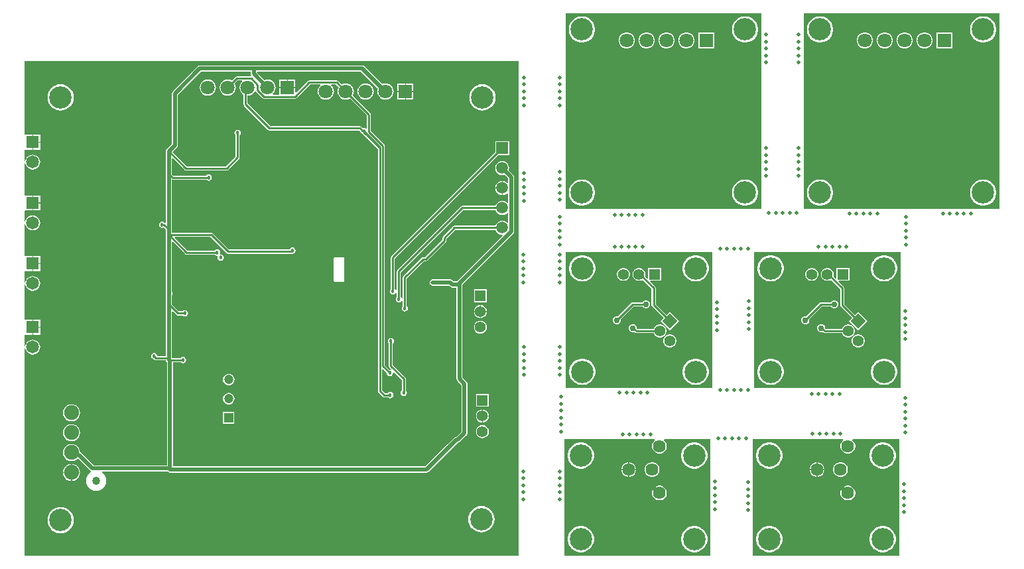
<source format=gbl>
G04*
G04 #@! TF.GenerationSoftware,Altium Limited,Altium Designer,21.5.1 (32)*
G04*
G04 Layer_Physical_Order=2*
G04 Layer_Color=16711680*
%FSLAX25Y25*%
%MOIN*%
G70*
G04*
G04 #@! TF.SameCoordinates,35D1D81E-305D-4ED3-A4E5-B3A77E649114*
G04*
G04*
G04 #@! TF.FilePolarity,Positive*
G04*
G01*
G75*
%ADD13C,0.01000*%
%ADD30C,0.02000*%
%ADD31C,0.02000*%
%ADD32C,0.06378*%
%ADD33C,0.11200*%
%ADD34C,0.03000*%
%ADD35C,0.07087*%
%ADD36R,0.07087X0.07087*%
%ADD37R,0.05512X0.05512*%
%ADD38C,0.05512*%
%ADD39C,0.05512*%
%ADD40P,0.07795X4X360.0*%
%ADD41C,0.06496*%
%ADD42R,0.06496X0.06496*%
%ADD43R,0.05512X0.05512*%
%ADD44C,0.04047*%
%ADD45C,0.07500*%
%ADD46C,0.05906*%
%ADD47R,0.05906X0.05906*%
%ADD48R,0.04724X0.04724*%
%ADD49C,0.04724*%
%ADD50C,0.01800*%
G36*
X349197Y100803D02*
X100803D01*
Y204836D01*
X101303Y204868D01*
X101348Y204522D01*
X101726Y203610D01*
X102327Y202827D01*
X103110Y202226D01*
X104022Y201848D01*
X105000Y201720D01*
X105978Y201848D01*
X106890Y202226D01*
X107673Y202827D01*
X108274Y203610D01*
X108652Y204522D01*
X108780Y205500D01*
X108652Y206478D01*
X108274Y207390D01*
X107673Y208173D01*
X106890Y208774D01*
X105978Y209152D01*
X105000Y209280D01*
X104022Y209152D01*
X103110Y208774D01*
X102327Y208173D01*
X101726Y207390D01*
X101348Y206478D01*
X101303Y206132D01*
X100803Y206164D01*
Y211629D01*
X101252Y211752D01*
X101303Y211752D01*
X104750D01*
Y215500D01*
Y219248D01*
X101303D01*
X101252Y219248D01*
X100803Y219371D01*
Y236836D01*
X101303Y236868D01*
X101348Y236522D01*
X101726Y235610D01*
X102327Y234827D01*
X103110Y234226D01*
X104022Y233848D01*
X105000Y233720D01*
X105978Y233848D01*
X106890Y234226D01*
X107673Y234827D01*
X108274Y235610D01*
X108652Y236522D01*
X108780Y237500D01*
X108652Y238478D01*
X108274Y239390D01*
X107673Y240173D01*
X106890Y240774D01*
X105978Y241152D01*
X105000Y241280D01*
X104022Y241152D01*
X103110Y240774D01*
X102327Y240173D01*
X101726Y239390D01*
X101348Y238478D01*
X101303Y238132D01*
X100803Y238164D01*
Y243629D01*
X101252Y243752D01*
X101303Y243752D01*
X104750D01*
Y247500D01*
Y251248D01*
X101303D01*
X101252Y251248D01*
X100803Y251371D01*
Y267336D01*
X101303Y267368D01*
X101348Y267022D01*
X101726Y266110D01*
X102327Y265327D01*
X103110Y264726D01*
X104022Y264348D01*
X105000Y264220D01*
X105978Y264348D01*
X106890Y264726D01*
X107673Y265327D01*
X108274Y266110D01*
X108652Y267022D01*
X108780Y268000D01*
X108652Y268978D01*
X108274Y269890D01*
X107673Y270673D01*
X106890Y271274D01*
X105978Y271652D01*
X105000Y271780D01*
X104022Y271652D01*
X103110Y271274D01*
X102327Y270673D01*
X101726Y269890D01*
X101348Y268978D01*
X101303Y268632D01*
X100803Y268664D01*
Y274129D01*
X101252Y274252D01*
X101303Y274252D01*
X104750D01*
Y278000D01*
Y281748D01*
X101303D01*
X101252Y281748D01*
X100803Y281871D01*
Y297836D01*
X101303Y297868D01*
X101348Y297522D01*
X101726Y296610D01*
X102327Y295827D01*
X103110Y295226D01*
X104022Y294848D01*
X105000Y294720D01*
X105978Y294848D01*
X106890Y295226D01*
X107673Y295827D01*
X108274Y296610D01*
X108652Y297522D01*
X108780Y298500D01*
X108652Y299478D01*
X108274Y300390D01*
X107673Y301173D01*
X106890Y301774D01*
X105978Y302152D01*
X105000Y302280D01*
X104022Y302152D01*
X103110Y301774D01*
X102327Y301173D01*
X101726Y300390D01*
X101348Y299478D01*
X101303Y299132D01*
X100803Y299164D01*
Y304629D01*
X101252Y304752D01*
X101303Y304752D01*
X104750D01*
Y308500D01*
Y312248D01*
X101303D01*
X101252Y312248D01*
X100803Y312371D01*
Y349197D01*
X349197D01*
Y100803D01*
D02*
G37*
G36*
X590882Y373382D02*
X590882Y274988D01*
X492488Y274988D01*
X492488Y373382D01*
X590882Y373382D01*
D02*
G37*
G36*
X471197D02*
X471197Y274988D01*
X372803Y274988D01*
X372803Y373382D01*
X471197Y373382D01*
D02*
G37*
G36*
X541067Y184909D02*
X467673Y184909D01*
X467673Y253304D01*
X541067Y253304D01*
X541067Y184909D01*
D02*
G37*
G36*
X446382D02*
X372988Y184909D01*
X372988Y253304D01*
X446382Y253304D01*
X446382Y184909D01*
D02*
G37*
G36*
X512273Y159197D02*
X512366Y158697D01*
X511745Y158076D01*
X511259Y157235D01*
X511008Y156297D01*
Y155325D01*
X511259Y154387D01*
X511745Y153546D01*
X512432Y152859D01*
X513273Y152374D01*
X514211Y152122D01*
X515183D01*
X516121Y152374D01*
X516962Y152859D01*
X517649Y153546D01*
X518134Y154387D01*
X518386Y155325D01*
Y156297D01*
X518134Y157235D01*
X517649Y158076D01*
X517028Y158697D01*
X517121Y159197D01*
X540382Y159197D01*
X540382Y100803D01*
X466988Y100803D01*
X466988Y159197D01*
X512273Y159197D01*
D02*
G37*
G36*
X417588D02*
X417681Y158697D01*
X417060Y158076D01*
X416574Y157235D01*
X416323Y156297D01*
Y155325D01*
X416574Y154387D01*
X417060Y153546D01*
X417747Y152859D01*
X418588Y152374D01*
X419526Y152122D01*
X420498D01*
X421436Y152374D01*
X422277Y152859D01*
X422964Y153546D01*
X423449Y154387D01*
X423701Y155325D01*
Y156297D01*
X423449Y157235D01*
X422964Y158076D01*
X422343Y158697D01*
X422436Y159197D01*
X445697Y159197D01*
X445697Y100803D01*
X372303Y100803D01*
X372303Y159197D01*
X417588Y159197D01*
D02*
G37*
%LPC*%
G36*
X237043Y340043D02*
X233250D01*
Y336250D01*
X237043D01*
Y340043D01*
D02*
G37*
G36*
X232750D02*
X228957D01*
Y336250D01*
X232750D01*
Y340043D01*
D02*
G37*
G36*
X296357Y338043D02*
X292564D01*
Y334250D01*
X296357D01*
Y338043D01*
D02*
G37*
G36*
X292064D02*
X288271D01*
Y334250D01*
X292064D01*
Y338043D01*
D02*
G37*
G36*
X193000Y340078D02*
X191945Y339939D01*
X190961Y339532D01*
X190116Y338884D01*
X189468Y338039D01*
X189061Y337055D01*
X188922Y336000D01*
X189061Y334945D01*
X189468Y333961D01*
X190116Y333116D01*
X190961Y332468D01*
X191945Y332061D01*
X193000Y331922D01*
X194055Y332061D01*
X195039Y332468D01*
X195884Y333116D01*
X196532Y333961D01*
X196939Y334945D01*
X197078Y336000D01*
X196939Y337055D01*
X196532Y338039D01*
X195884Y338884D01*
X195039Y339532D01*
X194055Y339939D01*
X193000Y340078D01*
D02*
G37*
G36*
X296357Y333750D02*
X292564D01*
Y329957D01*
X296357D01*
Y333750D01*
D02*
G37*
G36*
X292064D02*
X288271D01*
Y329957D01*
X292064D01*
Y333750D01*
D02*
G37*
G36*
X270657Y347029D02*
X189000D01*
X188415Y346913D01*
X187919Y346581D01*
X175419Y334081D01*
X175087Y333585D01*
X174971Y333000D01*
Y307712D01*
X172645Y305387D01*
X172279Y305142D01*
X171929Y304618D01*
X171806Y304000D01*
X171892Y303568D01*
Y292500D01*
Y268156D01*
X171392Y267888D01*
X171312Y267942D01*
X171271Y267950D01*
X171142Y268142D01*
X170618Y268492D01*
X170000Y268615D01*
X169382Y268492D01*
X168858Y268142D01*
X168508Y267618D01*
X168385Y267000D01*
X168508Y266382D01*
X168858Y265858D01*
X169382Y265508D01*
X170000Y265385D01*
X170618Y265508D01*
X170830Y265649D01*
X171892Y264587D01*
Y262000D01*
Y232740D01*
Y227000D01*
Y201020D01*
X167611D01*
X167492Y201618D01*
X167142Y202142D01*
X166618Y202492D01*
X166000Y202615D01*
X165382Y202492D01*
X164858Y202142D01*
X164508Y201618D01*
X164385Y201000D01*
X164508Y200382D01*
X164858Y199858D01*
X165382Y199508D01*
X166000Y199385D01*
X166145Y199414D01*
X166279Y199279D01*
X166610Y199058D01*
X167000Y198980D01*
X171896D01*
X172009Y198415D01*
X172340Y197919D01*
X172430Y197858D01*
X172471Y197655D01*
Y146029D01*
X135634D01*
X129134Y152529D01*
X128749Y152786D01*
X128641Y153610D01*
X128212Y154643D01*
X127531Y155531D01*
X126643Y156212D01*
X125610Y156641D01*
X124500Y156787D01*
X123390Y156641D01*
X122357Y156212D01*
X121469Y155531D01*
X120788Y154643D01*
X120359Y153610D01*
X120213Y152500D01*
X120359Y151391D01*
X120788Y150357D01*
X121469Y149469D01*
X122357Y148788D01*
X123390Y148359D01*
X124500Y148213D01*
X125610Y148359D01*
X126643Y148788D01*
X127531Y149469D01*
X127848Y149490D01*
X133919Y143419D01*
X134256Y143193D01*
X134301Y142983D01*
X134293Y142691D01*
X134273Y142626D01*
X133312Y141889D01*
X132505Y140838D01*
X131998Y139613D01*
X131825Y138299D01*
X131998Y136985D01*
X132505Y135761D01*
X133312Y134709D01*
X134363Y133903D01*
X135588Y133395D01*
X136902Y133222D01*
X138216Y133395D01*
X139440Y133903D01*
X140491Y134709D01*
X141298Y135761D01*
X141806Y136985D01*
X141979Y138299D01*
X141806Y139613D01*
X141298Y140838D01*
X140491Y141889D01*
X139734Y142471D01*
X139903Y142971D01*
X172884D01*
X172919Y142919D01*
X173415Y142587D01*
X174000Y142471D01*
X174250Y142520D01*
X174500Y142471D01*
X303000D01*
X303585Y142587D01*
X304081Y142919D01*
X315581Y154419D01*
X315581Y154419D01*
X318642Y157479D01*
X319060Y157562D01*
X319556Y157894D01*
X322726Y161063D01*
X323092Y161308D01*
X323442Y161832D01*
X323565Y162450D01*
X323529Y162630D01*
Y186568D01*
X323615Y187000D01*
X323492Y187618D01*
X323142Y188142D01*
X322776Y188387D01*
X321029Y190134D01*
Y237069D01*
X346534Y262574D01*
X346866Y263070D01*
X346982Y263656D01*
Y291047D01*
X346866Y291633D01*
X346534Y292129D01*
X344276Y294387D01*
X344364Y294599D01*
X344482Y295500D01*
X344364Y296401D01*
X344016Y297241D01*
X343462Y297962D01*
X342741Y298516D01*
X341901Y298864D01*
X341000Y298983D01*
X340099Y298864D01*
X339259Y298516D01*
X338538Y297962D01*
X337984Y297241D01*
X337636Y296401D01*
X337517Y295500D01*
X337636Y294599D01*
X337984Y293759D01*
X338538Y293038D01*
X339259Y292484D01*
X340099Y292136D01*
X341000Y292018D01*
X341901Y292136D01*
X342113Y292224D01*
X343923Y290414D01*
Y288119D01*
X343716Y288049D01*
X343423Y287993D01*
X342741Y288516D01*
X341901Y288864D01*
X341250Y288950D01*
Y285500D01*
Y282050D01*
X341901Y282136D01*
X342741Y282484D01*
X343423Y283007D01*
X343716Y282951D01*
X343923Y282881D01*
Y278119D01*
X343716Y278048D01*
X343423Y277993D01*
X342741Y278516D01*
X341901Y278864D01*
X341000Y278982D01*
X340099Y278864D01*
X339259Y278516D01*
X338538Y277962D01*
X337984Y277241D01*
X337685Y276520D01*
X321000D01*
X320610Y276442D01*
X320279Y276221D01*
X288279Y244221D01*
X288058Y243890D01*
X287980Y243500D01*
Y234227D01*
X287518Y234128D01*
X287480Y234136D01*
X287142Y234642D01*
X287020Y234724D01*
Y250078D01*
X338989Y302047D01*
X344453D01*
Y308953D01*
X337547D01*
Y303489D01*
X285279Y251221D01*
X285058Y250890D01*
X284980Y250500D01*
Y234724D01*
X284858Y234642D01*
X284508Y234118D01*
X284385Y233500D01*
X284508Y232882D01*
X284858Y232358D01*
X285382Y232008D01*
X286000Y231885D01*
X286618Y232008D01*
X287142Y232358D01*
X287480Y232864D01*
X287518Y232872D01*
X287980Y232773D01*
Y230724D01*
X287858Y230642D01*
X287508Y230118D01*
X287385Y229500D01*
X287508Y228882D01*
X287858Y228358D01*
X288382Y228008D01*
X289000Y227885D01*
X289618Y228008D01*
X290142Y228358D01*
X290480Y228864D01*
X290518Y228872D01*
X290980Y228773D01*
Y226224D01*
X290858Y226142D01*
X290508Y225618D01*
X290385Y225000D01*
X290508Y224382D01*
X290858Y223858D01*
X291382Y223508D01*
X292000Y223385D01*
X292618Y223508D01*
X293142Y223858D01*
X293492Y224382D01*
X293615Y225000D01*
X293492Y225618D01*
X293142Y226142D01*
X293020Y226224D01*
Y240078D01*
X301707Y248765D01*
X302616D01*
X303006Y248843D01*
X303337Y249063D01*
X312621Y258348D01*
X312842Y258679D01*
X312920Y259069D01*
Y259978D01*
X317422Y264480D01*
X337685D01*
X337984Y263759D01*
X338538Y263037D01*
X339259Y262484D01*
X340099Y262136D01*
X340951Y262024D01*
X341118Y261777D01*
X341215Y261581D01*
X318164Y238529D01*
X316634D01*
X316081Y239081D01*
X315585Y239413D01*
X315000Y239529D01*
X306432D01*
X306000Y239615D01*
X305382Y239492D01*
X304858Y239142D01*
X304508Y238618D01*
X304385Y238000D01*
X304508Y237382D01*
X304858Y236858D01*
X305382Y236508D01*
X306000Y236385D01*
X306432Y236471D01*
X314367D01*
X314919Y235919D01*
X315415Y235587D01*
X316000Y235471D01*
X317971D01*
Y189500D01*
X318087Y188915D01*
X318419Y188419D01*
X320471Y186366D01*
Y163134D01*
X317808Y160471D01*
X317390Y160388D01*
X316894Y160056D01*
X313419Y156581D01*
X313419Y156581D01*
X302366Y145529D01*
X175529D01*
Y197980D01*
X179276D01*
X179358Y197858D01*
X179882Y197508D01*
X180500Y197385D01*
X181118Y197508D01*
X181642Y197858D01*
X181992Y198382D01*
X182115Y199000D01*
X181992Y199618D01*
X181642Y200142D01*
X181118Y200492D01*
X180500Y200615D01*
X179882Y200492D01*
X179358Y200142D01*
X179276Y200020D01*
X175123D01*
X175081Y200081D01*
X174951Y200169D01*
Y223375D01*
X175413Y223567D01*
X177200Y221779D01*
X177531Y221558D01*
X177921Y221480D01*
X180276D01*
X180358Y221358D01*
X180882Y221008D01*
X181500Y220885D01*
X182118Y221008D01*
X182642Y221358D01*
X182992Y221882D01*
X183115Y222500D01*
X182992Y223118D01*
X182642Y223642D01*
X182118Y223992D01*
X181500Y224115D01*
X180882Y223992D01*
X180358Y223642D01*
X180276Y223520D01*
X178344D01*
X174951Y226912D01*
Y231771D01*
X175185Y232122D01*
X175308Y232740D01*
X175185Y233358D01*
X174951Y233709D01*
Y258375D01*
X175413Y258567D01*
X181630Y252349D01*
X181961Y252128D01*
X182351Y252051D01*
X196362D01*
X196444Y251928D01*
X196968Y251578D01*
X197586Y251455D01*
X197638Y251466D01*
X197797Y251317D01*
X197989Y251026D01*
X197885Y250500D01*
X198008Y249882D01*
X198358Y249358D01*
X198882Y249008D01*
X199500Y248885D01*
X200118Y249008D01*
X200642Y249358D01*
X200992Y249882D01*
X201115Y250500D01*
X200992Y251118D01*
X200642Y251642D01*
X200118Y251992D01*
X199500Y252115D01*
X199448Y252105D01*
X199290Y252254D01*
X199097Y252545D01*
X199201Y253070D01*
X199078Y253689D01*
X198728Y254213D01*
X198204Y254563D01*
X197586Y254686D01*
X196968Y254563D01*
X196444Y254213D01*
X196362Y254090D01*
X182773D01*
X176345Y260519D01*
X176536Y260980D01*
X194367D01*
X202569Y252779D01*
X202899Y252558D01*
X203290Y252480D01*
X234784D01*
X234901Y252504D01*
X235500Y252385D01*
X236118Y252508D01*
X236642Y252858D01*
X236992Y253382D01*
X237115Y254000D01*
X236992Y254618D01*
X236642Y255142D01*
X236118Y255492D01*
X235500Y255615D01*
X234882Y255492D01*
X234358Y255142D01*
X234008Y254618D01*
X233988Y254520D01*
X203712D01*
X195510Y262721D01*
X195180Y262942D01*
X194790Y263020D01*
X174951D01*
Y264500D01*
Y289564D01*
X175164Y289738D01*
X192192D01*
X192274Y289616D01*
X192798Y289265D01*
X193416Y289143D01*
X194034Y289265D01*
X194558Y289616D01*
X194908Y290140D01*
X195031Y290758D01*
X194908Y291376D01*
X194558Y291900D01*
X194034Y292250D01*
X193416Y292373D01*
X192798Y292250D01*
X192274Y291900D01*
X192192Y291777D01*
X175586D01*
X174951Y292412D01*
Y300375D01*
X175413Y300567D01*
X181279Y294701D01*
X181610Y294479D01*
X182000Y294402D01*
X202421D01*
X202812Y294479D01*
X203142Y294701D01*
X208717Y300275D01*
X208938Y300605D01*
X209015Y300996D01*
Y311937D01*
X209138Y312019D01*
X209488Y312543D01*
X209611Y313161D01*
X209488Y313779D01*
X209138Y314303D01*
X208614Y314653D01*
X207996Y314776D01*
X207377Y314653D01*
X206853Y314303D01*
X206503Y313779D01*
X206380Y313161D01*
X206503Y312543D01*
X206853Y312019D01*
X206976Y311937D01*
Y301418D01*
X201999Y296441D01*
X182422D01*
X175224Y303640D01*
X177581Y305997D01*
X177913Y306493D01*
X178029Y307079D01*
Y332366D01*
X189634Y343971D01*
X214549D01*
Y342922D01*
X214666Y342336D01*
X214848Y342063D01*
X214581Y341563D01*
X207543D01*
X207153Y341485D01*
X206822Y341264D01*
X205068Y339510D01*
X205039Y339532D01*
X204056Y339939D01*
X203000Y340078D01*
X201944Y339939D01*
X200961Y339532D01*
X200116Y338884D01*
X199468Y338039D01*
X199061Y337055D01*
X198922Y336000D01*
X199061Y334945D01*
X199468Y333961D01*
X200116Y333116D01*
X200961Y332468D01*
X201944Y332061D01*
X203000Y331922D01*
X204056Y332061D01*
X205039Y332468D01*
X205884Y333116D01*
X206532Y333961D01*
X206939Y334945D01*
X207078Y336000D01*
X206939Y337055D01*
X206532Y338039D01*
X206510Y338068D01*
X207966Y339524D01*
X210173D01*
X210333Y339050D01*
X210116Y338884D01*
X209468Y338039D01*
X209061Y337055D01*
X208922Y336000D01*
X209061Y334945D01*
X209468Y333961D01*
X210116Y333116D01*
X210961Y332468D01*
X210980Y332460D01*
Y327500D01*
X211058Y327110D01*
X211279Y326779D01*
X223279Y314779D01*
X223610Y314558D01*
X224000Y314480D01*
X269078D01*
X269879Y313679D01*
X269959Y313626D01*
X270008Y313382D01*
X270358Y312858D01*
X270882Y312508D01*
X271092Y312466D01*
X278480Y305078D01*
Y183500D01*
X278558Y183110D01*
X278779Y182779D01*
X280896Y180662D01*
X281227Y180441D01*
X281617Y180363D01*
X283468D01*
X283550Y180240D01*
X284074Y179890D01*
X284692Y179767D01*
X285310Y179890D01*
X285834Y180240D01*
X286185Y180764D01*
X286307Y181383D01*
X286185Y182001D01*
X285834Y182525D01*
X285310Y182875D01*
X284692Y182998D01*
X284074Y182875D01*
X283550Y182525D01*
X283468Y182402D01*
X282040D01*
X280520Y183922D01*
Y194385D01*
X280981Y194577D01*
X282913Y192645D01*
X282885Y192500D01*
X283008Y191882D01*
X283358Y191358D01*
X283882Y191008D01*
X284500Y190885D01*
X285118Y191008D01*
X285642Y191358D01*
X285992Y191882D01*
X286115Y192500D01*
X286057Y192794D01*
X286518Y193041D01*
X290480Y189078D01*
Y183724D01*
X290358Y183642D01*
X290008Y183118D01*
X289885Y182500D01*
X290008Y181882D01*
X290358Y181358D01*
X290882Y181008D01*
X291500Y180885D01*
X292118Y181008D01*
X292642Y181358D01*
X292992Y181882D01*
X293115Y182500D01*
X292992Y183118D01*
X292642Y183642D01*
X292520Y183724D01*
Y189500D01*
X292442Y189890D01*
X292221Y190221D01*
X286020Y196422D01*
Y207276D01*
X286142Y207358D01*
X286492Y207882D01*
X286615Y208500D01*
X286492Y209118D01*
X286142Y209642D01*
X285618Y209992D01*
X285000Y210115D01*
X284382Y209992D01*
X283858Y209642D01*
X283508Y209118D01*
X283385Y208500D01*
X283508Y207882D01*
X283858Y207358D01*
X283980Y207276D01*
Y196000D01*
X284058Y195610D01*
X284279Y195279D01*
X284988Y194571D01*
X284768Y194131D01*
X284335Y194107D01*
X282020Y196422D01*
Y306621D01*
X281942Y307012D01*
X281721Y307342D01*
X275020Y314044D01*
Y322314D01*
X274942Y322704D01*
X274721Y323035D01*
X265824Y331932D01*
X265846Y331961D01*
X266253Y332944D01*
X266392Y334000D01*
X266253Y335055D01*
X265846Y336039D01*
X265198Y336884D01*
X264353Y337532D01*
X263369Y337939D01*
X262314Y338078D01*
X261259Y337939D01*
X260275Y337532D01*
X260246Y337510D01*
X258492Y339264D01*
X258161Y339485D01*
X257771Y339563D01*
X244044D01*
X243654Y339485D01*
X243323Y339264D01*
X237505Y333446D01*
X237043Y333638D01*
Y335750D01*
X233000D01*
X228957D01*
Y332476D01*
X225827D01*
X225667Y332950D01*
X225884Y333116D01*
X226532Y333961D01*
X226939Y334945D01*
X227078Y336000D01*
X226939Y337055D01*
X226532Y338039D01*
X225884Y338884D01*
X225039Y339532D01*
X224056Y339939D01*
X223000Y340078D01*
X221944Y339939D01*
X221435Y339728D01*
X217692Y343471D01*
X217812Y343971D01*
X270023D01*
X278540Y335454D01*
X278375Y335055D01*
X278236Y334000D01*
X278375Y332944D01*
X278782Y331961D01*
X279430Y331116D01*
X280275Y330468D01*
X281259Y330061D01*
X282314Y329922D01*
X283369Y330061D01*
X284353Y330468D01*
X285198Y331116D01*
X285846Y331961D01*
X286253Y332944D01*
X286392Y334000D01*
X286253Y335055D01*
X285846Y336039D01*
X285198Y336884D01*
X284353Y337532D01*
X283369Y337939D01*
X282314Y338078D01*
X281259Y337939D01*
X280638Y337682D01*
X271738Y346581D01*
X271242Y346913D01*
X270657Y347029D01*
D02*
G37*
G36*
X272314Y338078D02*
X271258Y337939D01*
X270275Y337532D01*
X269430Y336884D01*
X268782Y336039D01*
X268375Y335055D01*
X268236Y334000D01*
X268375Y332944D01*
X268782Y331961D01*
X269430Y331116D01*
X270275Y330468D01*
X271258Y330061D01*
X272314Y329922D01*
X273370Y330061D01*
X274353Y330468D01*
X275198Y331116D01*
X275846Y331961D01*
X276253Y332944D01*
X276392Y334000D01*
X276253Y335055D01*
X275846Y336039D01*
X275198Y336884D01*
X274353Y337532D01*
X273370Y337939D01*
X272314Y338078D01*
D02*
G37*
G36*
X331000Y337616D02*
X329709Y337489D01*
X328468Y337112D01*
X327324Y336501D01*
X326322Y335678D01*
X325499Y334676D01*
X324887Y333532D01*
X324511Y332291D01*
X324384Y331000D01*
X324511Y329709D01*
X324887Y328468D01*
X325499Y327324D01*
X326322Y326322D01*
X327324Y325499D01*
X328468Y324887D01*
X329709Y324511D01*
X331000Y324384D01*
X332291Y324511D01*
X333532Y324887D01*
X334676Y325499D01*
X335678Y326322D01*
X336501Y327324D01*
X337112Y328468D01*
X337489Y329709D01*
X337616Y331000D01*
X337489Y332291D01*
X337112Y333532D01*
X336501Y334676D01*
X335678Y335678D01*
X334676Y336501D01*
X333532Y337112D01*
X332291Y337489D01*
X331000Y337616D01*
D02*
G37*
G36*
X119000D02*
X117709Y337489D01*
X116468Y337112D01*
X115324Y336501D01*
X114322Y335678D01*
X113499Y334676D01*
X112888Y333532D01*
X112511Y332291D01*
X112384Y331000D01*
X112511Y329709D01*
X112888Y328468D01*
X113499Y327324D01*
X114322Y326322D01*
X115324Y325499D01*
X116468Y324887D01*
X117709Y324511D01*
X119000Y324384D01*
X120291Y324511D01*
X121532Y324887D01*
X122676Y325499D01*
X123678Y326322D01*
X124501Y327324D01*
X125112Y328468D01*
X125489Y329709D01*
X125616Y331000D01*
X125489Y332291D01*
X125112Y333532D01*
X124501Y334676D01*
X123678Y335678D01*
X122676Y336501D01*
X121532Y337112D01*
X120291Y337489D01*
X119000Y337616D01*
D02*
G37*
G36*
X105250Y312248D02*
Y308750D01*
X108748D01*
Y312248D01*
X105250D01*
D02*
G37*
G36*
X108748Y308250D02*
X105250D01*
Y304752D01*
X108748D01*
Y308250D01*
D02*
G37*
G36*
X340750Y288950D02*
X340099Y288864D01*
X339259Y288516D01*
X338538Y287963D01*
X337984Y287241D01*
X337636Y286401D01*
X337550Y285750D01*
X340750D01*
Y288950D01*
D02*
G37*
G36*
Y285250D02*
X337550D01*
X337636Y284599D01*
X337984Y283759D01*
X338538Y283037D01*
X339259Y282484D01*
X340099Y282136D01*
X340750Y282050D01*
Y285250D01*
D02*
G37*
G36*
X105250Y281748D02*
Y278250D01*
X108748D01*
Y281748D01*
X105250D01*
D02*
G37*
G36*
X108748Y277750D02*
X105250D01*
Y274252D01*
X108748D01*
Y277750D01*
D02*
G37*
G36*
X105250Y251248D02*
Y247750D01*
X108748D01*
Y251248D01*
X105250D01*
D02*
G37*
G36*
X108748Y247250D02*
X105250D01*
Y243752D01*
X108748D01*
Y247250D01*
D02*
G37*
G36*
X261000Y250711D02*
X257000D01*
X256728Y250656D01*
X256498Y250502D01*
X256344Y250272D01*
X256290Y250000D01*
Y239000D01*
X256344Y238728D01*
X256498Y238498D01*
X256728Y238344D01*
X257000Y238289D01*
X261000D01*
X261272Y238344D01*
X261502Y238498D01*
X261656Y238728D01*
X261711Y239000D01*
Y250000D01*
X261656Y250272D01*
X261502Y250502D01*
X261272Y250656D01*
X261000Y250711D01*
D02*
G37*
G36*
X333256Y234504D02*
X326744D01*
Y227992D01*
X333256D01*
Y234504D01*
D02*
G37*
G36*
X330250Y226625D02*
Y223624D01*
X333251D01*
X333172Y224224D01*
X332844Y225016D01*
X332322Y225696D01*
X331642Y226218D01*
X330850Y226546D01*
X330250Y226625D01*
D02*
G37*
G36*
X329750D02*
X329150Y226546D01*
X328358Y226218D01*
X327678Y225696D01*
X327156Y225016D01*
X326828Y224224D01*
X326749Y223624D01*
X329750D01*
Y226625D01*
D02*
G37*
G36*
X333251Y223124D02*
X330250D01*
Y220123D01*
X330850Y220202D01*
X331642Y220530D01*
X332322Y221052D01*
X332844Y221732D01*
X333172Y222524D01*
X333251Y223124D01*
D02*
G37*
G36*
X329750D02*
X326749D01*
X326828Y222524D01*
X327156Y221732D01*
X327678Y221052D01*
X328358Y220530D01*
X329150Y220202D01*
X329750Y220123D01*
Y223124D01*
D02*
G37*
G36*
X105250Y219248D02*
Y215750D01*
X108748D01*
Y219248D01*
X105250D01*
D02*
G37*
G36*
X330000Y218784D02*
X329150Y218672D01*
X328358Y218344D01*
X327678Y217822D01*
X327156Y217142D01*
X326828Y216350D01*
X326716Y215500D01*
X326828Y214650D01*
X327156Y213858D01*
X327678Y213178D01*
X328358Y212656D01*
X329150Y212328D01*
X330000Y212216D01*
X330850Y212328D01*
X331642Y212656D01*
X332322Y213178D01*
X332844Y213858D01*
X333172Y214650D01*
X333284Y215500D01*
X333172Y216350D01*
X332844Y217142D01*
X332322Y217822D01*
X331642Y218344D01*
X330850Y218672D01*
X330000Y218784D01*
D02*
G37*
G36*
X108748Y215250D02*
X105250D01*
Y211752D01*
X108748D01*
Y215250D01*
D02*
G37*
G36*
X203500Y192099D02*
X202753Y192001D01*
X202057Y191713D01*
X201459Y191254D01*
X201000Y190656D01*
X200711Y189960D01*
X200613Y189213D01*
X200711Y188465D01*
X201000Y187769D01*
X201459Y187171D01*
X202057Y186713D01*
X202753Y186424D01*
X203500Y186326D01*
X204247Y186424D01*
X204943Y186713D01*
X205541Y187171D01*
X206000Y187769D01*
X206289Y188465D01*
X206387Y189213D01*
X206289Y189960D01*
X206000Y190656D01*
X205541Y191254D01*
X204943Y191713D01*
X204247Y192001D01*
X203500Y192099D01*
D02*
G37*
G36*
Y182493D02*
X202753Y182395D01*
X202057Y182106D01*
X201459Y181648D01*
X201000Y181050D01*
X200711Y180353D01*
X200613Y179606D01*
X200711Y178859D01*
X201000Y178163D01*
X201459Y177565D01*
X202057Y177106D01*
X202753Y176818D01*
X203500Y176719D01*
X204247Y176818D01*
X204943Y177106D01*
X205541Y177565D01*
X206000Y178163D01*
X206289Y178859D01*
X206387Y179606D01*
X206289Y180353D01*
X206000Y181050D01*
X205541Y181648D01*
X204943Y182106D01*
X204247Y182395D01*
X203500Y182493D01*
D02*
G37*
G36*
X334256Y182004D02*
X327744D01*
Y175492D01*
X334256D01*
Y182004D01*
D02*
G37*
G36*
X331250Y174125D02*
Y171124D01*
X334251D01*
X334172Y171724D01*
X333844Y172516D01*
X333322Y173196D01*
X332642Y173718D01*
X331850Y174046D01*
X331250Y174125D01*
D02*
G37*
G36*
X330750D02*
X330150Y174046D01*
X329358Y173718D01*
X328678Y173196D01*
X328156Y172516D01*
X327828Y171724D01*
X327749Y171124D01*
X330750D01*
Y174125D01*
D02*
G37*
G36*
X124500Y176787D02*
X123390Y176641D01*
X122357Y176212D01*
X121469Y175531D01*
X120788Y174643D01*
X120359Y173609D01*
X120213Y172500D01*
X120359Y171390D01*
X120788Y170357D01*
X121469Y169469D01*
X122357Y168788D01*
X123390Y168359D01*
X124500Y168213D01*
X125610Y168359D01*
X126643Y168788D01*
X127531Y169469D01*
X128212Y170357D01*
X128641Y171390D01*
X128787Y172500D01*
X128641Y173609D01*
X128212Y174643D01*
X127531Y175531D01*
X126643Y176212D01*
X125610Y176641D01*
X124500Y176787D01*
D02*
G37*
G36*
X334251Y170624D02*
X331250D01*
Y167623D01*
X331850Y167702D01*
X332642Y168030D01*
X333322Y168552D01*
X333844Y169232D01*
X334172Y170024D01*
X334251Y170624D01*
D02*
G37*
G36*
X330750D02*
X327749D01*
X327828Y170024D01*
X328156Y169232D01*
X328678Y168552D01*
X329358Y168030D01*
X330150Y167702D01*
X330750Y167623D01*
Y170624D01*
D02*
G37*
G36*
X206362Y172862D02*
X200638D01*
Y167138D01*
X206362D01*
Y172862D01*
D02*
G37*
G36*
X331000Y166284D02*
X330150Y166172D01*
X329358Y165844D01*
X328678Y165322D01*
X328156Y164642D01*
X327828Y163850D01*
X327716Y163000D01*
X327828Y162150D01*
X328156Y161358D01*
X328678Y160678D01*
X329358Y160156D01*
X330150Y159828D01*
X331000Y159716D01*
X331850Y159828D01*
X332642Y160156D01*
X333322Y160678D01*
X333844Y161358D01*
X334172Y162150D01*
X334284Y163000D01*
X334172Y163850D01*
X333844Y164642D01*
X333322Y165322D01*
X332642Y165844D01*
X331850Y166172D01*
X331000Y166284D01*
D02*
G37*
G36*
X124500Y166787D02*
X123390Y166641D01*
X122357Y166212D01*
X121469Y165531D01*
X120788Y164643D01*
X120359Y163610D01*
X120213Y162500D01*
X120359Y161390D01*
X120788Y160357D01*
X121469Y159469D01*
X122357Y158788D01*
X123390Y158359D01*
X124500Y158213D01*
X125610Y158359D01*
X126643Y158788D01*
X127531Y159469D01*
X128212Y160357D01*
X128641Y161390D01*
X128787Y162500D01*
X128641Y163610D01*
X128212Y164643D01*
X127531Y165531D01*
X126643Y166212D01*
X125610Y166641D01*
X124500Y166787D01*
D02*
G37*
G36*
X124750Y146754D02*
Y142750D01*
X128754D01*
X128641Y143609D01*
X128212Y144643D01*
X127531Y145531D01*
X126643Y146212D01*
X125610Y146641D01*
X124750Y146754D01*
D02*
G37*
G36*
X124250D02*
X123390Y146641D01*
X122357Y146212D01*
X121469Y145531D01*
X120788Y144643D01*
X120359Y143609D01*
X120246Y142750D01*
X124250D01*
Y146754D01*
D02*
G37*
G36*
X128754Y142250D02*
X124750D01*
Y138246D01*
X125610Y138359D01*
X126643Y138788D01*
X127531Y139469D01*
X128212Y140357D01*
X128641Y141391D01*
X128754Y142250D01*
D02*
G37*
G36*
X124250D02*
X120246D01*
X120359Y141391D01*
X120788Y140357D01*
X121469Y139469D01*
X122357Y138788D01*
X123390Y138359D01*
X124250Y138246D01*
Y142250D01*
D02*
G37*
G36*
X330500Y125616D02*
X329209Y125489D01*
X327968Y125112D01*
X326824Y124501D01*
X325822Y123678D01*
X324999Y122676D01*
X324388Y121532D01*
X324011Y120291D01*
X323884Y119000D01*
X324011Y117709D01*
X324388Y116468D01*
X324999Y115324D01*
X325822Y114322D01*
X326824Y113499D01*
X327968Y112888D01*
X329209Y112511D01*
X330500Y112384D01*
X331791Y112511D01*
X333032Y112888D01*
X334176Y113499D01*
X335178Y114322D01*
X336001Y115324D01*
X336613Y116468D01*
X336989Y117709D01*
X337116Y119000D01*
X336989Y120291D01*
X336613Y121532D01*
X336001Y122676D01*
X335178Y123678D01*
X334176Y124501D01*
X333032Y125112D01*
X331791Y125489D01*
X330500Y125616D01*
D02*
G37*
G36*
X119000Y125116D02*
X117709Y124989D01*
X116468Y124612D01*
X115324Y124001D01*
X114322Y123178D01*
X113499Y122176D01*
X112888Y121032D01*
X112511Y119791D01*
X112384Y118500D01*
X112511Y117209D01*
X112888Y115968D01*
X113499Y114824D01*
X114322Y113822D01*
X115324Y112999D01*
X116468Y112388D01*
X117709Y112011D01*
X119000Y111884D01*
X120291Y112011D01*
X121532Y112388D01*
X122676Y112999D01*
X123678Y113822D01*
X124501Y114824D01*
X125112Y115968D01*
X125489Y117209D01*
X125616Y118500D01*
X125489Y119791D01*
X125112Y121032D01*
X124501Y122176D01*
X123678Y123178D01*
X122676Y124001D01*
X121532Y124612D01*
X120291Y124989D01*
X119000Y125116D01*
D02*
G37*
%LPD*%
G36*
X258804Y336068D02*
X258782Y336039D01*
X258375Y335055D01*
X258236Y334000D01*
X258375Y332944D01*
X258782Y331961D01*
X259430Y331116D01*
X260275Y330468D01*
X261259Y330061D01*
X262314Y329922D01*
X263369Y330061D01*
X264353Y330468D01*
X264382Y330490D01*
X272980Y321892D01*
Y315468D01*
X272480Y315250D01*
X272118Y315492D01*
X271500Y315615D01*
X270938Y315504D01*
X270221Y316221D01*
X269890Y316442D01*
X269500Y316520D01*
X224422D01*
X213020Y327922D01*
Y331924D01*
X214055Y332061D01*
X215039Y332468D01*
X215884Y333116D01*
X216532Y333961D01*
X216578Y334072D01*
X216751Y334112D01*
X217125Y334085D01*
X217279Y333854D01*
X220397Y330736D01*
X220728Y330515D01*
X221118Y330437D01*
X236958D01*
X237348Y330515D01*
X237679Y330736D01*
X244466Y337524D01*
X249487D01*
X249647Y337050D01*
X249430Y336884D01*
X248782Y336039D01*
X248375Y335055D01*
X248236Y334000D01*
X248375Y332944D01*
X248782Y331961D01*
X249430Y331116D01*
X250275Y330468D01*
X251258Y330061D01*
X252314Y329922D01*
X253369Y330061D01*
X254353Y330468D01*
X255198Y331116D01*
X255846Y331961D01*
X256253Y332944D01*
X256392Y334000D01*
X256253Y335055D01*
X255846Y336039D01*
X255198Y336884D01*
X254981Y337050D01*
X255141Y337524D01*
X257348D01*
X258804Y336068D01*
D02*
G37*
G36*
X337984Y273759D02*
X338538Y273038D01*
X339259Y272484D01*
X340099Y272136D01*
X341000Y272018D01*
X341901Y272136D01*
X342741Y272484D01*
X343423Y273007D01*
X343716Y272952D01*
X343923Y272881D01*
Y268119D01*
X343716Y268049D01*
X343423Y267993D01*
X342741Y268516D01*
X341901Y268864D01*
X341000Y268983D01*
X340099Y268864D01*
X339259Y268516D01*
X338538Y267963D01*
X337984Y267241D01*
X337685Y266520D01*
X317000D01*
X316610Y266442D01*
X316279Y266221D01*
X311179Y261121D01*
X310958Y260790D01*
X310880Y260400D01*
Y259491D01*
X302193Y250804D01*
X301284D01*
X300894Y250726D01*
X300564Y250505D01*
X291279Y241221D01*
X291058Y240890D01*
X290980Y240500D01*
Y230227D01*
X290518Y230128D01*
X290480Y230136D01*
X290142Y230642D01*
X290020Y230724D01*
Y243078D01*
X321422Y274480D01*
X337685D01*
X337984Y273759D01*
D02*
G37*
%LPC*%
G36*
X583333Y371769D02*
X582036D01*
X580764Y371516D01*
X579566Y371020D01*
X578488Y370299D01*
X577571Y369382D01*
X576850Y368304D01*
X576354Y367106D01*
X576101Y365833D01*
Y364536D01*
X576354Y363264D01*
X576850Y362066D01*
X577571Y360988D01*
X578488Y360071D01*
X579566Y359350D01*
X580764Y358854D01*
X582036Y358601D01*
X583333D01*
X584606Y358854D01*
X585804Y359350D01*
X586882Y360071D01*
X587799Y360988D01*
X588520Y362066D01*
X589016Y363264D01*
X589269Y364536D01*
Y365833D01*
X589016Y367106D01*
X588520Y368304D01*
X587799Y369382D01*
X586882Y370299D01*
X585804Y371020D01*
X584606Y371516D01*
X583333Y371769D01*
D02*
G37*
G36*
X501334D02*
X500036D01*
X498765Y371516D01*
X497566Y371020D01*
X496488Y370299D01*
X495571Y369382D01*
X494850Y368304D01*
X494354Y367106D01*
X494101Y365833D01*
Y364536D01*
X494354Y363264D01*
X494850Y362066D01*
X495571Y360988D01*
X496488Y360071D01*
X497566Y359350D01*
X498765Y358854D01*
X500036Y358601D01*
X501334D01*
X502606Y358854D01*
X503804Y359350D01*
X504882Y360071D01*
X505799Y360988D01*
X506520Y362066D01*
X507016Y363264D01*
X507269Y364536D01*
Y365833D01*
X507016Y367106D01*
X506520Y368304D01*
X505799Y369382D01*
X504882Y370299D01*
X503804Y371020D01*
X502606Y371516D01*
X501334Y371769D01*
D02*
G37*
G36*
X567228Y363728D02*
X559142D01*
Y355642D01*
X567228D01*
Y363728D01*
D02*
G37*
G36*
X553717D02*
X552653D01*
X551624Y363453D01*
X550702Y362920D01*
X549950Y362168D01*
X549417Y361246D01*
X549142Y360217D01*
Y359153D01*
X549417Y358124D01*
X549950Y357202D01*
X550702Y356450D01*
X551624Y355917D01*
X552653Y355642D01*
X553717D01*
X554746Y355917D01*
X555668Y356450D01*
X556421Y357202D01*
X556953Y358124D01*
X557228Y359153D01*
Y360217D01*
X556953Y361246D01*
X556421Y362168D01*
X555668Y362920D01*
X554746Y363453D01*
X553717Y363728D01*
D02*
G37*
G36*
X543717D02*
X542653D01*
X541624Y363453D01*
X540702Y362920D01*
X539950Y362168D01*
X539417Y361246D01*
X539142Y360217D01*
Y359153D01*
X539417Y358124D01*
X539950Y357202D01*
X540702Y356450D01*
X541624Y355917D01*
X542653Y355642D01*
X543717D01*
X544746Y355917D01*
X545668Y356450D01*
X546420Y357202D01*
X546953Y358124D01*
X547228Y359153D01*
Y360217D01*
X546953Y361246D01*
X546420Y362168D01*
X545668Y362920D01*
X544746Y363453D01*
X543717Y363728D01*
D02*
G37*
G36*
X533717D02*
X532653D01*
X531624Y363453D01*
X530702Y362920D01*
X529950Y362168D01*
X529417Y361246D01*
X529142Y360217D01*
Y359153D01*
X529417Y358124D01*
X529950Y357202D01*
X530702Y356450D01*
X531624Y355917D01*
X532653Y355642D01*
X533717D01*
X534746Y355917D01*
X535668Y356450D01*
X536420Y357202D01*
X536953Y358124D01*
X537228Y359153D01*
Y360217D01*
X536953Y361246D01*
X536420Y362168D01*
X535668Y362920D01*
X534746Y363453D01*
X533717Y363728D01*
D02*
G37*
G36*
X523717D02*
X522653D01*
X521624Y363453D01*
X520702Y362920D01*
X519950Y362168D01*
X519417Y361246D01*
X519142Y360217D01*
Y359153D01*
X519417Y358124D01*
X519950Y357202D01*
X520702Y356450D01*
X521624Y355917D01*
X522653Y355642D01*
X523717D01*
X524746Y355917D01*
X525668Y356450D01*
X526420Y357202D01*
X526953Y358124D01*
X527228Y359153D01*
Y360217D01*
X526953Y361246D01*
X526420Y362168D01*
X525668Y362920D01*
X524746Y363453D01*
X523717Y363728D01*
D02*
G37*
G36*
X501334Y289769D02*
X500036D01*
X498765Y289516D01*
X497566Y289020D01*
X496488Y288299D01*
X495571Y287382D01*
X494850Y286304D01*
X494354Y285105D01*
X494101Y283833D01*
Y282536D01*
X494354Y281264D01*
X494850Y280066D01*
X495571Y278988D01*
X496488Y278071D01*
X497566Y277350D01*
X498765Y276854D01*
X500036Y276601D01*
X501334D01*
X502606Y276854D01*
X503804Y277350D01*
X504882Y278071D01*
X505799Y278988D01*
X506520Y280066D01*
X507016Y281264D01*
X507269Y282536D01*
Y283833D01*
X507016Y285105D01*
X506520Y286304D01*
X505799Y287382D01*
X504882Y288299D01*
X503804Y289020D01*
X502606Y289516D01*
X501334Y289769D01*
D02*
G37*
G36*
X583333Y289769D02*
X582036D01*
X580764Y289516D01*
X579566Y289020D01*
X578488Y288299D01*
X577571Y287382D01*
X576850Y286304D01*
X576354Y285105D01*
X576101Y283833D01*
Y282536D01*
X576354Y281264D01*
X576850Y280066D01*
X577571Y278988D01*
X578488Y278071D01*
X579566Y277350D01*
X580764Y276854D01*
X582036Y276601D01*
X583333D01*
X584606Y276854D01*
X585804Y277350D01*
X586882Y278071D01*
X587799Y278988D01*
X588520Y280066D01*
X589016Y281264D01*
X589269Y282536D01*
Y283833D01*
X589016Y285105D01*
X588520Y286304D01*
X587799Y287382D01*
X586882Y288299D01*
X585804Y289020D01*
X584606Y289516D01*
X583333Y289769D01*
D02*
G37*
G36*
X463649Y371769D02*
X462352D01*
X461079Y371516D01*
X459881Y371020D01*
X458803Y370299D01*
X457886Y369382D01*
X457165Y368304D01*
X456669Y367106D01*
X456416Y365833D01*
Y364536D01*
X456669Y363264D01*
X457165Y362066D01*
X457886Y360988D01*
X458803Y360071D01*
X459881Y359350D01*
X461079Y358854D01*
X462352Y358601D01*
X463649D01*
X464921Y358854D01*
X466119Y359350D01*
X467197Y360071D01*
X468114Y360988D01*
X468835Y362066D01*
X469331Y363264D01*
X469584Y364536D01*
Y365833D01*
X469331Y367106D01*
X468835Y368304D01*
X468114Y369382D01*
X467197Y370299D01*
X466119Y371020D01*
X464921Y371516D01*
X463649Y371769D01*
D02*
G37*
G36*
X381648D02*
X380351D01*
X379079Y371516D01*
X377881Y371020D01*
X376803Y370299D01*
X375886Y369382D01*
X375165Y368304D01*
X374669Y367106D01*
X374416Y365833D01*
Y364536D01*
X374669Y363264D01*
X375165Y362066D01*
X375886Y360988D01*
X376803Y360071D01*
X377881Y359350D01*
X379079Y358854D01*
X380351Y358601D01*
X381648D01*
X382921Y358854D01*
X384119Y359350D01*
X385197Y360071D01*
X386114Y360988D01*
X386835Y362066D01*
X387331Y363264D01*
X387584Y364536D01*
Y365833D01*
X387331Y367106D01*
X386835Y368304D01*
X386114Y369382D01*
X385197Y370299D01*
X384119Y371020D01*
X382921Y371516D01*
X381648Y371769D01*
D02*
G37*
G36*
X447543Y363728D02*
X439457D01*
Y355642D01*
X447543D01*
Y363728D01*
D02*
G37*
G36*
X434032D02*
X432968D01*
X431939Y363453D01*
X431017Y362920D01*
X430265Y362168D01*
X429732Y361246D01*
X429457Y360217D01*
Y359153D01*
X429732Y358124D01*
X430265Y357202D01*
X431017Y356450D01*
X431939Y355917D01*
X432968Y355642D01*
X434032D01*
X435061Y355917D01*
X435983Y356450D01*
X436735Y357202D01*
X437268Y358124D01*
X437543Y359153D01*
Y360217D01*
X437268Y361246D01*
X436735Y362168D01*
X435983Y362920D01*
X435061Y363453D01*
X434032Y363728D01*
D02*
G37*
G36*
X424032D02*
X422968D01*
X421939Y363453D01*
X421017Y362920D01*
X420264Y362168D01*
X419732Y361246D01*
X419457Y360217D01*
Y359153D01*
X419732Y358124D01*
X420264Y357202D01*
X421017Y356450D01*
X421939Y355917D01*
X422968Y355642D01*
X424032D01*
X425061Y355917D01*
X425983Y356450D01*
X426735Y357202D01*
X427268Y358124D01*
X427543Y359153D01*
Y360217D01*
X427268Y361246D01*
X426735Y362168D01*
X425983Y362920D01*
X425061Y363453D01*
X424032Y363728D01*
D02*
G37*
G36*
X414032D02*
X412968D01*
X411939Y363453D01*
X411017Y362920D01*
X410264Y362168D01*
X409732Y361246D01*
X409457Y360217D01*
Y359153D01*
X409732Y358124D01*
X410264Y357202D01*
X411017Y356450D01*
X411939Y355917D01*
X412968Y355642D01*
X414032D01*
X415061Y355917D01*
X415983Y356450D01*
X416736Y357202D01*
X417268Y358124D01*
X417543Y359153D01*
Y360217D01*
X417268Y361246D01*
X416736Y362168D01*
X415983Y362920D01*
X415061Y363453D01*
X414032Y363728D01*
D02*
G37*
G36*
X404032D02*
X402968D01*
X401939Y363453D01*
X401017Y362920D01*
X400265Y362168D01*
X399732Y361246D01*
X399457Y360217D01*
Y359153D01*
X399732Y358124D01*
X400265Y357202D01*
X401017Y356450D01*
X401939Y355917D01*
X402968Y355642D01*
X404032D01*
X405061Y355917D01*
X405983Y356450D01*
X406735Y357202D01*
X407268Y358124D01*
X407543Y359153D01*
Y360217D01*
X407268Y361246D01*
X406735Y362168D01*
X405983Y362920D01*
X405061Y363453D01*
X404032Y363728D01*
D02*
G37*
G36*
X381648Y289769D02*
X380351D01*
X379079Y289516D01*
X377881Y289020D01*
X376803Y288299D01*
X375886Y287382D01*
X375165Y286304D01*
X374669Y285105D01*
X374416Y283833D01*
Y282536D01*
X374669Y281264D01*
X375165Y280066D01*
X375886Y278988D01*
X376803Y278071D01*
X377881Y277350D01*
X379079Y276854D01*
X380351Y276601D01*
X381648D01*
X382921Y276854D01*
X384119Y277350D01*
X385197Y278071D01*
X386114Y278988D01*
X386835Y280066D01*
X387331Y281264D01*
X387584Y282536D01*
Y283833D01*
X387331Y285105D01*
X386835Y286304D01*
X386114Y287382D01*
X385197Y288299D01*
X384119Y289020D01*
X382921Y289516D01*
X381648Y289769D01*
D02*
G37*
G36*
X463649Y289769D02*
X462352D01*
X461079Y289516D01*
X459881Y289020D01*
X458803Y288299D01*
X457886Y287382D01*
X457165Y286304D01*
X456669Y285105D01*
X456416Y283833D01*
Y282536D01*
X456669Y281264D01*
X457165Y280066D01*
X457886Y278988D01*
X458803Y278071D01*
X459881Y277350D01*
X461079Y276854D01*
X462352Y276601D01*
X463649D01*
X464921Y276854D01*
X466119Y277350D01*
X467197Y278071D01*
X468114Y278988D01*
X468835Y280066D01*
X469331Y281264D01*
X469584Y282536D01*
Y283833D01*
X469331Y285105D01*
X468835Y286304D01*
X468114Y287382D01*
X467197Y288299D01*
X466119Y289020D01*
X464921Y289516D01*
X463649Y289769D01*
D02*
G37*
G36*
X515500Y245362D02*
X508988D01*
Y240083D01*
X508526Y239892D01*
X507439Y240979D01*
X507626Y241678D01*
Y242535D01*
X507404Y243363D01*
X506976Y244105D01*
X506369Y244712D01*
X505627Y245140D01*
X504799Y245362D01*
X503941D01*
X503113Y245140D01*
X502371Y244712D01*
X501765Y244105D01*
X501336Y243363D01*
X501114Y242535D01*
Y241678D01*
X501336Y240849D01*
X501765Y240107D01*
X502371Y239501D01*
X503113Y239072D01*
X503941Y238850D01*
X504799D01*
X505627Y239072D01*
X506156Y239378D01*
X510734Y234801D01*
Y226723D01*
X510811Y226333D01*
X511032Y226002D01*
X516847Y220188D01*
X515266Y218606D01*
X519870Y214002D01*
X524475Y218606D01*
X519870Y223211D01*
X518289Y221630D01*
X512773Y227146D01*
Y235223D01*
X512695Y235613D01*
X512474Y235944D01*
X510030Y238388D01*
X510221Y238850D01*
X515500D01*
Y245362D01*
D02*
G37*
G36*
X496925D02*
X496067D01*
X495239Y245140D01*
X494497Y244712D01*
X493891Y244105D01*
X493462Y243363D01*
X493240Y242535D01*
Y241678D01*
X493462Y240849D01*
X493891Y240107D01*
X494497Y239501D01*
X495239Y239072D01*
X496067Y238850D01*
X496925D01*
X497753Y239072D01*
X498495Y239501D01*
X499101Y240107D01*
X499530Y240849D01*
X499752Y241678D01*
Y242535D01*
X499530Y243363D01*
X499101Y244105D01*
X498495Y244712D01*
X497753Y245140D01*
X496925Y245362D01*
D02*
G37*
G36*
X533519Y251691D02*
X532222D01*
X530950Y251437D01*
X529751Y250941D01*
X528673Y250221D01*
X527756Y249304D01*
X527035Y248225D01*
X526539Y247027D01*
X526286Y245755D01*
Y244458D01*
X526539Y243186D01*
X527035Y241987D01*
X527756Y240909D01*
X528673Y239992D01*
X529751Y239271D01*
X530950Y238775D01*
X532222Y238522D01*
X533519D01*
X534791Y238775D01*
X535989Y239271D01*
X537067Y239992D01*
X537985Y240909D01*
X538705Y241987D01*
X539201Y243186D01*
X539454Y244458D01*
Y245755D01*
X539201Y247027D01*
X538705Y248225D01*
X537985Y249304D01*
X537067Y250221D01*
X535989Y250941D01*
X534791Y251437D01*
X533519Y251691D01*
D02*
G37*
G36*
X476519D02*
X475222D01*
X473950Y251437D01*
X472751Y250941D01*
X471673Y250221D01*
X470756Y249304D01*
X470035Y248225D01*
X469539Y247027D01*
X469286Y245755D01*
Y244458D01*
X469539Y243186D01*
X470035Y241987D01*
X470756Y240909D01*
X471673Y239992D01*
X472751Y239271D01*
X473950Y238775D01*
X475222Y238522D01*
X476519D01*
X477791Y238775D01*
X478989Y239271D01*
X480067Y239992D01*
X480984Y240909D01*
X481705Y241987D01*
X482201Y243186D01*
X482454Y244458D01*
Y245755D01*
X482201Y247027D01*
X481705Y248225D01*
X480984Y249304D01*
X480067Y250221D01*
X478989Y250941D01*
X477791Y251437D01*
X476519Y251691D01*
D02*
G37*
G36*
X508268Y229106D02*
X507472D01*
X506737Y228802D01*
X506175Y228239D01*
X506128Y228126D01*
X501370D01*
X500980Y228048D01*
X500649Y227827D01*
X493881Y221059D01*
X493768Y221106D01*
X492972D01*
X492237Y220802D01*
X491675Y220239D01*
X491370Y219504D01*
Y218708D01*
X491675Y217973D01*
X492237Y217411D01*
X492972Y217106D01*
X493768D01*
X494503Y217411D01*
X495066Y217973D01*
X495370Y218708D01*
Y219504D01*
X495323Y219617D01*
X501792Y226087D01*
X506128D01*
X506175Y225973D01*
X506737Y225411D01*
X507472Y225106D01*
X508268D01*
X509003Y225411D01*
X509566Y225973D01*
X509870Y226708D01*
Y227504D01*
X509566Y228239D01*
X509003Y228802D01*
X508268Y229106D01*
D02*
G37*
G36*
X501768Y217106D02*
X500972D01*
X500237Y216802D01*
X499675Y216239D01*
X499370Y215504D01*
Y214708D01*
X499675Y213973D01*
X500237Y213411D01*
X500972Y213106D01*
X501768D01*
X502047Y213222D01*
X502383Y212885D01*
X502714Y212664D01*
X503104Y212587D01*
X511773D01*
X511836Y212350D01*
X512265Y211607D01*
X512871Y211001D01*
X513613Y210572D01*
X514441Y210350D01*
X515299D01*
X516127Y210572D01*
X516869Y211001D01*
X517476Y211607D01*
X517904Y212350D01*
X518126Y213178D01*
Y214035D01*
X517904Y214863D01*
X517476Y215605D01*
X516869Y216212D01*
X516127Y216640D01*
X515299Y216862D01*
X514441D01*
X513613Y216640D01*
X512871Y216212D01*
X512265Y215605D01*
X511836Y214863D01*
X511773Y214626D01*
X503527D01*
X503370Y214782D01*
Y215504D01*
X503066Y216239D01*
X502503Y216802D01*
X501768Y217106D01*
D02*
G37*
G36*
X520299Y211862D02*
X519442D01*
X518613Y211640D01*
X517871Y211212D01*
X517265Y210605D01*
X516836Y209863D01*
X516614Y209035D01*
Y208178D01*
X516836Y207349D01*
X517265Y206607D01*
X517871Y206001D01*
X518613Y205572D01*
X519442Y205350D01*
X520299D01*
X521127Y205572D01*
X521869Y206001D01*
X522475Y206607D01*
X522904Y207349D01*
X523126Y208178D01*
Y209035D01*
X522904Y209863D01*
X522475Y210605D01*
X521869Y211212D01*
X521127Y211640D01*
X520299Y211862D01*
D02*
G37*
G36*
X533519Y199690D02*
X532222D01*
X530950Y199437D01*
X529751Y198941D01*
X528673Y198221D01*
X527756Y197303D01*
X527035Y196225D01*
X526539Y195027D01*
X526286Y193755D01*
Y192458D01*
X526539Y191186D01*
X527035Y189988D01*
X527756Y188909D01*
X528673Y187992D01*
X529751Y187271D01*
X530950Y186775D01*
X532222Y186522D01*
X533519D01*
X534791Y186775D01*
X535989Y187271D01*
X537067Y187992D01*
X537985Y188909D01*
X538705Y189988D01*
X539201Y191186D01*
X539454Y192458D01*
Y193755D01*
X539201Y195027D01*
X538705Y196225D01*
X537985Y197303D01*
X537067Y198221D01*
X535989Y198941D01*
X534791Y199437D01*
X533519Y199690D01*
D02*
G37*
G36*
X476519D02*
X475222D01*
X473950Y199437D01*
X472751Y198941D01*
X471673Y198221D01*
X470756Y197303D01*
X470035Y196225D01*
X469539Y195027D01*
X469286Y193755D01*
Y192458D01*
X469539Y191186D01*
X470035Y189988D01*
X470756Y188909D01*
X471673Y187992D01*
X472751Y187271D01*
X473950Y186775D01*
X475222Y186522D01*
X476519D01*
X477791Y186775D01*
X478989Y187271D01*
X480067Y187992D01*
X480984Y188909D01*
X481705Y189988D01*
X482201Y191186D01*
X482454Y192458D01*
Y193755D01*
X482201Y195027D01*
X481705Y196225D01*
X480984Y197303D01*
X480067Y198221D01*
X478989Y198941D01*
X477791Y199437D01*
X476519Y199690D01*
D02*
G37*
G36*
X420815Y245362D02*
X414303D01*
Y240083D01*
X413841Y239892D01*
X412754Y240979D01*
X412941Y241678D01*
Y242535D01*
X412719Y243363D01*
X412290Y244105D01*
X411684Y244712D01*
X410942Y245140D01*
X410114Y245362D01*
X409256D01*
X408428Y245140D01*
X407686Y244712D01*
X407080Y244105D01*
X406651Y243363D01*
X406429Y242535D01*
Y241678D01*
X406651Y240849D01*
X407080Y240107D01*
X407686Y239501D01*
X408428Y239072D01*
X409256Y238850D01*
X410114D01*
X410942Y239072D01*
X411471Y239378D01*
X416048Y234801D01*
Y226723D01*
X416126Y226333D01*
X416347Y226002D01*
X422162Y220188D01*
X420580Y218606D01*
X425185Y214002D01*
X429790Y218606D01*
X425185Y223211D01*
X423604Y221630D01*
X418088Y227146D01*
Y235223D01*
X418010Y235613D01*
X417789Y235944D01*
X415345Y238388D01*
X415536Y238850D01*
X420815D01*
Y245362D01*
D02*
G37*
G36*
X402240D02*
X401382D01*
X400554Y245140D01*
X399812Y244712D01*
X399206Y244105D01*
X398777Y243363D01*
X398555Y242535D01*
Y241678D01*
X398777Y240849D01*
X399206Y240107D01*
X399812Y239501D01*
X400554Y239072D01*
X401382Y238850D01*
X402240D01*
X403068Y239072D01*
X403810Y239501D01*
X404416Y240107D01*
X404845Y240849D01*
X405067Y241678D01*
Y242535D01*
X404845Y243363D01*
X404416Y244105D01*
X403810Y244712D01*
X403068Y245140D01*
X402240Y245362D01*
D02*
G37*
G36*
X438834Y251691D02*
X437537D01*
X436265Y251437D01*
X435066Y250941D01*
X433988Y250221D01*
X433071Y249304D01*
X432350Y248225D01*
X431854Y247027D01*
X431601Y245755D01*
Y244458D01*
X431854Y243186D01*
X432350Y241987D01*
X433071Y240909D01*
X433988Y239992D01*
X435066Y239271D01*
X436265Y238775D01*
X437537Y238522D01*
X438834D01*
X440106Y238775D01*
X441304Y239271D01*
X442382Y239992D01*
X443299Y240909D01*
X444020Y241987D01*
X444516Y243186D01*
X444769Y244458D01*
Y245755D01*
X444516Y247027D01*
X444020Y248225D01*
X443299Y249304D01*
X442382Y250221D01*
X441304Y250941D01*
X440106Y251437D01*
X438834Y251691D01*
D02*
G37*
G36*
X381834D02*
X380537D01*
X379264Y251437D01*
X378066Y250941D01*
X376988Y250221D01*
X376071Y249304D01*
X375350Y248225D01*
X374854Y247027D01*
X374601Y245755D01*
Y244458D01*
X374854Y243186D01*
X375350Y241987D01*
X376071Y240909D01*
X376988Y239992D01*
X378066Y239271D01*
X379264Y238775D01*
X380537Y238522D01*
X381834D01*
X383106Y238775D01*
X384304Y239271D01*
X385382Y239992D01*
X386299Y240909D01*
X387020Y241987D01*
X387516Y243186D01*
X387769Y244458D01*
Y245755D01*
X387516Y247027D01*
X387020Y248225D01*
X386299Y249304D01*
X385382Y250221D01*
X384304Y250941D01*
X383106Y251437D01*
X381834Y251691D01*
D02*
G37*
G36*
X413583Y229106D02*
X412787D01*
X412052Y228802D01*
X411490Y228239D01*
X411443Y228126D01*
X406685D01*
X406295Y228048D01*
X405964Y227827D01*
X399196Y221059D01*
X399083Y221106D01*
X398287D01*
X397552Y220802D01*
X396990Y220239D01*
X396685Y219504D01*
Y218708D01*
X396990Y217973D01*
X397552Y217411D01*
X398287Y217106D01*
X399083D01*
X399818Y217411D01*
X400381Y217973D01*
X400685Y218708D01*
Y219504D01*
X400638Y219617D01*
X407107Y226087D01*
X411443D01*
X411490Y225973D01*
X412052Y225411D01*
X412787Y225106D01*
X413583D01*
X414318Y225411D01*
X414881Y225973D01*
X415185Y226708D01*
Y227504D01*
X414881Y228239D01*
X414318Y228802D01*
X413583Y229106D01*
D02*
G37*
G36*
X407083Y217106D02*
X406287D01*
X405552Y216802D01*
X404990Y216239D01*
X404685Y215504D01*
Y214708D01*
X404990Y213973D01*
X405552Y213411D01*
X406287Y213106D01*
X407083D01*
X407362Y213222D01*
X407698Y212885D01*
X408029Y212664D01*
X408419Y212587D01*
X417088D01*
X417151Y212350D01*
X417580Y211607D01*
X418186Y211001D01*
X418928Y210572D01*
X419756Y210350D01*
X420614D01*
X421442Y210572D01*
X422184Y211001D01*
X422790Y211607D01*
X423219Y212350D01*
X423441Y213178D01*
Y214035D01*
X423219Y214863D01*
X422790Y215605D01*
X422184Y216212D01*
X421442Y216640D01*
X420614Y216862D01*
X419756D01*
X418928Y216640D01*
X418186Y216212D01*
X417580Y215605D01*
X417151Y214863D01*
X417088Y214626D01*
X408842D01*
X408685Y214782D01*
Y215504D01*
X408381Y216239D01*
X407818Y216802D01*
X407083Y217106D01*
D02*
G37*
G36*
X425614Y211862D02*
X424756D01*
X423928Y211640D01*
X423186Y211212D01*
X422580Y210605D01*
X422151Y209863D01*
X421929Y209035D01*
Y208178D01*
X422151Y207349D01*
X422580Y206607D01*
X423186Y206001D01*
X423928Y205572D01*
X424756Y205350D01*
X425614D01*
X426442Y205572D01*
X427184Y206001D01*
X427790Y206607D01*
X428219Y207349D01*
X428441Y208178D01*
Y209035D01*
X428219Y209863D01*
X427790Y210605D01*
X427184Y211212D01*
X426442Y211640D01*
X425614Y211862D01*
D02*
G37*
G36*
X438834Y199690D02*
X437537D01*
X436265Y199437D01*
X435066Y198941D01*
X433988Y198221D01*
X433071Y197303D01*
X432350Y196225D01*
X431854Y195027D01*
X431601Y193755D01*
Y192458D01*
X431854Y191186D01*
X432350Y189988D01*
X433071Y188909D01*
X433988Y187992D01*
X435066Y187271D01*
X436265Y186775D01*
X437537Y186522D01*
X438834D01*
X440106Y186775D01*
X441304Y187271D01*
X442382Y187992D01*
X443299Y188909D01*
X444020Y189988D01*
X444516Y191186D01*
X444769Y192458D01*
Y193755D01*
X444516Y195027D01*
X444020Y196225D01*
X443299Y197303D01*
X442382Y198221D01*
X441304Y198941D01*
X440106Y199437D01*
X438834Y199690D01*
D02*
G37*
G36*
X381834D02*
X380537D01*
X379264Y199437D01*
X378066Y198941D01*
X376988Y198221D01*
X376071Y197303D01*
X375350Y196225D01*
X374854Y195027D01*
X374601Y193755D01*
Y192458D01*
X374854Y191186D01*
X375350Y189988D01*
X376071Y188909D01*
X376988Y187992D01*
X378066Y187271D01*
X379264Y186775D01*
X380537Y186522D01*
X381834D01*
X383106Y186775D01*
X384304Y187271D01*
X385382Y187992D01*
X386299Y188909D01*
X387020Y189988D01*
X387516Y191186D01*
X387769Y192458D01*
Y193755D01*
X387516Y195027D01*
X387020Y196225D01*
X386299Y197303D01*
X385382Y198221D01*
X384304Y198941D01*
X383106Y199437D01*
X381834Y199690D01*
D02*
G37*
G36*
X532834Y157584D02*
X531537D01*
X530265Y157331D01*
X529066Y156835D01*
X527988Y156114D01*
X527071Y155197D01*
X526350Y154119D01*
X525854Y152921D01*
X525601Y151648D01*
Y150352D01*
X525854Y149080D01*
X526350Y147881D01*
X527071Y146803D01*
X527988Y145886D01*
X529066Y145165D01*
X530265Y144669D01*
X531537Y144416D01*
X532834D01*
X534106Y144669D01*
X535304Y145165D01*
X536382Y145886D01*
X537299Y146803D01*
X538020Y147881D01*
X538516Y149080D01*
X538769Y150352D01*
Y151648D01*
X538516Y152921D01*
X538020Y154119D01*
X537299Y155197D01*
X536382Y156114D01*
X535304Y156835D01*
X534106Y157331D01*
X532834Y157584D01*
D02*
G37*
G36*
X475834D02*
X474537D01*
X473265Y157331D01*
X472066Y156835D01*
X470988Y156114D01*
X470071Y155197D01*
X469350Y154119D01*
X468854Y152921D01*
X468601Y151648D01*
Y150352D01*
X468854Y149080D01*
X469350Y147881D01*
X470071Y146803D01*
X470988Y145886D01*
X472066Y145165D01*
X473265Y144669D01*
X474537Y144416D01*
X475834D01*
X477106Y144669D01*
X478304Y145165D01*
X479382Y145886D01*
X480299Y146803D01*
X481020Y147881D01*
X481516Y149080D01*
X481769Y150352D01*
Y151648D01*
X481516Y152921D01*
X481020Y154119D01*
X480299Y155197D01*
X479382Y156114D01*
X478304Y156835D01*
X477106Y157331D01*
X475834Y157584D01*
D02*
G37*
G36*
X499671Y147689D02*
X499435D01*
Y144250D01*
X502874D01*
Y144486D01*
X502623Y145424D01*
X502137Y146265D01*
X501450Y146952D01*
X500609Y147438D01*
X499671Y147689D01*
D02*
G37*
G36*
X498935D02*
X498699D01*
X497761Y147438D01*
X496920Y146952D01*
X496233Y146265D01*
X495748Y145424D01*
X495496Y144486D01*
Y144250D01*
X498935D01*
Y147689D01*
D02*
G37*
G36*
X511482D02*
X510510D01*
X509572Y147438D01*
X508731Y146952D01*
X508044Y146265D01*
X507559Y145424D01*
X507307Y144486D01*
Y143514D01*
X507559Y142576D01*
X508044Y141735D01*
X508731Y141048D01*
X509572Y140562D01*
X510510Y140311D01*
X511482D01*
X512420Y140562D01*
X513261Y141048D01*
X513948Y141735D01*
X514434Y142576D01*
X514685Y143514D01*
Y144486D01*
X514434Y145424D01*
X513948Y146265D01*
X513261Y146952D01*
X512420Y147438D01*
X511482Y147689D01*
D02*
G37*
G36*
X502874Y143750D02*
X499435D01*
Y140311D01*
X499671D01*
X500609Y140562D01*
X501450Y141048D01*
X502137Y141735D01*
X502623Y142576D01*
X502874Y143514D01*
Y143750D01*
D02*
G37*
G36*
X498935D02*
X495496D01*
Y143514D01*
X495748Y142576D01*
X496233Y141735D01*
X496920Y141048D01*
X497761Y140562D01*
X498699Y140311D01*
X498935D01*
Y143750D01*
D02*
G37*
G36*
X515183Y135878D02*
X514211D01*
X513273Y135627D01*
X512432Y135141D01*
X511745Y134454D01*
X511259Y133613D01*
X511008Y132675D01*
Y131703D01*
X511259Y130765D01*
X511745Y129924D01*
X512432Y129237D01*
X513273Y128751D01*
X514211Y128500D01*
X515183D01*
X516121Y128751D01*
X516962Y129237D01*
X517649Y129924D01*
X518134Y130765D01*
X518386Y131703D01*
Y132675D01*
X518134Y133613D01*
X517649Y134454D01*
X516962Y135141D01*
X516121Y135627D01*
X515183Y135878D01*
D02*
G37*
G36*
X532834Y115584D02*
X531537D01*
X530265Y115331D01*
X529066Y114835D01*
X527988Y114114D01*
X527071Y113197D01*
X526350Y112119D01*
X525854Y110921D01*
X525601Y109649D01*
Y108352D01*
X525854Y107080D01*
X526350Y105881D01*
X527071Y104803D01*
X527988Y103886D01*
X529066Y103165D01*
X530265Y102669D01*
X531537Y102416D01*
X532834D01*
X534106Y102669D01*
X535304Y103165D01*
X536382Y103886D01*
X537299Y104803D01*
X538020Y105881D01*
X538516Y107080D01*
X538769Y108352D01*
Y109649D01*
X538516Y110921D01*
X538020Y112119D01*
X537299Y113197D01*
X536382Y114114D01*
X535304Y114835D01*
X534106Y115331D01*
X532834Y115584D01*
D02*
G37*
G36*
X475834D02*
X474537D01*
X473265Y115331D01*
X472066Y114835D01*
X470988Y114114D01*
X470071Y113197D01*
X469350Y112119D01*
X468854Y110921D01*
X468601Y109649D01*
Y108352D01*
X468854Y107080D01*
X469350Y105881D01*
X470071Y104803D01*
X470988Y103886D01*
X472066Y103165D01*
X473265Y102669D01*
X474537Y102416D01*
X475834D01*
X477106Y102669D01*
X478304Y103165D01*
X479382Y103886D01*
X480299Y104803D01*
X481020Y105881D01*
X481516Y107080D01*
X481769Y108352D01*
Y109649D01*
X481516Y110921D01*
X481020Y112119D01*
X480299Y113197D01*
X479382Y114114D01*
X478304Y114835D01*
X477106Y115331D01*
X475834Y115584D01*
D02*
G37*
G36*
X438148Y157584D02*
X436852D01*
X435579Y157331D01*
X434381Y156835D01*
X433303Y156114D01*
X432386Y155197D01*
X431665Y154119D01*
X431169Y152921D01*
X430916Y151648D01*
Y150352D01*
X431169Y149080D01*
X431665Y147881D01*
X432386Y146803D01*
X433303Y145886D01*
X434381Y145165D01*
X435579Y144669D01*
X436852Y144416D01*
X438148D01*
X439421Y144669D01*
X440619Y145165D01*
X441697Y145886D01*
X442614Y146803D01*
X443335Y147881D01*
X443831Y149080D01*
X444084Y150352D01*
Y151648D01*
X443831Y152921D01*
X443335Y154119D01*
X442614Y155197D01*
X441697Y156114D01*
X440619Y156835D01*
X439421Y157331D01*
X438148Y157584D01*
D02*
G37*
G36*
X381149D02*
X379852D01*
X378579Y157331D01*
X377381Y156835D01*
X376303Y156114D01*
X375386Y155197D01*
X374665Y154119D01*
X374169Y152921D01*
X373916Y151648D01*
Y150352D01*
X374169Y149080D01*
X374665Y147881D01*
X375386Y146803D01*
X376303Y145886D01*
X377381Y145165D01*
X378579Y144669D01*
X379852Y144416D01*
X381149D01*
X382421Y144669D01*
X383619Y145165D01*
X384697Y145886D01*
X385614Y146803D01*
X386335Y147881D01*
X386831Y149080D01*
X387084Y150352D01*
Y151648D01*
X386831Y152921D01*
X386335Y154119D01*
X385614Y155197D01*
X384697Y156114D01*
X383619Y156835D01*
X382421Y157331D01*
X381149Y157584D01*
D02*
G37*
G36*
X404986Y147689D02*
X404750D01*
Y144250D01*
X408189D01*
Y144486D01*
X407938Y145424D01*
X407452Y146265D01*
X406765Y146952D01*
X405924Y147438D01*
X404986Y147689D01*
D02*
G37*
G36*
X404250D02*
X404014D01*
X403076Y147438D01*
X402235Y146952D01*
X401548Y146265D01*
X401062Y145424D01*
X400811Y144486D01*
Y144250D01*
X404250D01*
Y147689D01*
D02*
G37*
G36*
X416797D02*
X415825D01*
X414887Y147438D01*
X414046Y146952D01*
X413359Y146265D01*
X412874Y145424D01*
X412622Y144486D01*
Y143514D01*
X412874Y142576D01*
X413359Y141735D01*
X414046Y141048D01*
X414887Y140562D01*
X415825Y140311D01*
X416797D01*
X417735Y140562D01*
X418576Y141048D01*
X419263Y141735D01*
X419749Y142576D01*
X420000Y143514D01*
Y144486D01*
X419749Y145424D01*
X419263Y146265D01*
X418576Y146952D01*
X417735Y147438D01*
X416797Y147689D01*
D02*
G37*
G36*
X408189Y143750D02*
X404750D01*
Y140311D01*
X404986D01*
X405924Y140562D01*
X406765Y141048D01*
X407452Y141735D01*
X407938Y142576D01*
X408189Y143514D01*
Y143750D01*
D02*
G37*
G36*
X404250D02*
X400811D01*
Y143514D01*
X401062Y142576D01*
X401548Y141735D01*
X402235Y141048D01*
X403076Y140562D01*
X404014Y140311D01*
X404250D01*
Y143750D01*
D02*
G37*
G36*
X420498Y135878D02*
X419526D01*
X418588Y135627D01*
X417747Y135141D01*
X417060Y134454D01*
X416574Y133613D01*
X416323Y132675D01*
Y131703D01*
X416574Y130765D01*
X417060Y129924D01*
X417747Y129237D01*
X418588Y128751D01*
X419526Y128500D01*
X420498D01*
X421436Y128751D01*
X422277Y129237D01*
X422964Y129924D01*
X423449Y130765D01*
X423701Y131703D01*
Y132675D01*
X423449Y133613D01*
X422964Y134454D01*
X422277Y135141D01*
X421436Y135627D01*
X420498Y135878D01*
D02*
G37*
G36*
X438148Y115584D02*
X436852D01*
X435579Y115331D01*
X434381Y114835D01*
X433303Y114114D01*
X432386Y113197D01*
X431665Y112119D01*
X431169Y110921D01*
X430916Y109649D01*
Y108352D01*
X431169Y107080D01*
X431665Y105881D01*
X432386Y104803D01*
X433303Y103886D01*
X434381Y103165D01*
X435579Y102669D01*
X436852Y102416D01*
X438148D01*
X439421Y102669D01*
X440619Y103165D01*
X441697Y103886D01*
X442614Y104803D01*
X443335Y105881D01*
X443831Y107080D01*
X444084Y108352D01*
Y109649D01*
X443831Y110921D01*
X443335Y112119D01*
X442614Y113197D01*
X441697Y114114D01*
X440619Y114835D01*
X439421Y115331D01*
X438148Y115584D01*
D02*
G37*
G36*
X381149D02*
X379852D01*
X378579Y115331D01*
X377381Y114835D01*
X376303Y114114D01*
X375386Y113197D01*
X374665Y112119D01*
X374169Y110921D01*
X373916Y109649D01*
Y108352D01*
X374169Y107080D01*
X374665Y105881D01*
X375386Y104803D01*
X376303Y103886D01*
X377381Y103165D01*
X378579Y102669D01*
X379852Y102416D01*
X381149D01*
X382421Y102669D01*
X383619Y103165D01*
X384697Y103886D01*
X385614Y104803D01*
X386335Y105881D01*
X386831Y107080D01*
X387084Y108352D01*
Y109649D01*
X386831Y110921D01*
X386335Y112119D01*
X385614Y113197D01*
X384697Y114114D01*
X383619Y114835D01*
X382421Y115331D01*
X381149Y115584D01*
D02*
G37*
%LPD*%
D13*
X417068Y226723D02*
Y235223D01*
X409685Y242606D02*
X417068Y235223D01*
Y226723D02*
X425185Y218606D01*
Y218606D02*
Y218606D01*
X406685Y227106D02*
X413185D01*
X398685Y219106D02*
X406685Y227106D01*
X406919Y215106D02*
X408419Y213606D01*
X406685Y215106D02*
X406919D01*
X408419Y213606D02*
X420185D01*
X511753Y226723D02*
Y235223D01*
X504370Y242606D02*
X511753Y235223D01*
Y226723D02*
X519870Y218606D01*
Y218606D02*
Y218606D01*
X501370Y227106D02*
X507870D01*
X493370Y219106D02*
X501370Y227106D01*
X501604Y215106D02*
X503104Y213606D01*
X501370Y215106D02*
X501604D01*
X503104Y213606D02*
X514870D01*
X175164Y290758D02*
X193416D01*
X173422Y292500D02*
X175164Y290758D01*
X285000Y196000D02*
Y208500D01*
X291500Y182500D02*
Y189500D01*
X285000Y196000D02*
X291500Y189500D01*
X166000Y201000D02*
X167000Y200000D01*
X166000Y201000D02*
X166000D01*
X167000Y200000D02*
X173422D01*
X174000Y199000D02*
X180500D01*
X173422D02*
X174000D01*
X302616Y249784D02*
X311900Y259069D01*
X301284Y249784D02*
X302616D01*
X292000Y240500D02*
X301284Y249784D01*
X311900Y260400D02*
X317000Y265500D01*
X311900Y259069D02*
Y260400D01*
X281617Y181383D02*
X284692D01*
X279500Y183500D02*
X281617Y181383D01*
X279500Y183500D02*
Y305500D01*
X281000Y196000D02*
Y306621D01*
Y196000D02*
X284500Y192500D01*
X274000Y313621D02*
X281000Y306621D01*
X212000Y327500D02*
X224000Y315500D01*
X270600Y314400D02*
X270883D01*
X224000Y315500D02*
X269500D01*
X270883Y314400D02*
X271250Y314034D01*
Y313750D02*
Y314034D01*
X269500Y315500D02*
X270600Y314400D01*
X262314Y334000D02*
X274000Y322314D01*
X257771Y338543D02*
X262314Y334000D01*
X207543Y340543D02*
X214882D01*
X218000Y337425D01*
Y334575D02*
Y337425D01*
X221118Y331457D02*
X236958D01*
X203000Y336000D02*
X207543Y340543D01*
X236958Y331457D02*
X244044Y338543D01*
X257771D01*
X218000Y334575D02*
X221118Y331457D01*
X212000Y327500D02*
Y335000D01*
X213000Y336000D01*
X271250Y313750D02*
X279500Y305500D01*
X274000Y313621D02*
Y322314D01*
X271500Y314000D02*
X279500Y306000D01*
Y305500D02*
Y306000D01*
X234784Y253500D02*
X235131Y253847D01*
X235437Y254000D02*
X235500D01*
X203290Y253500D02*
X234784D01*
X235283Y253847D02*
X235437Y254000D01*
X235131Y253847D02*
X235283D01*
X292000Y225000D02*
Y240500D01*
X289000Y243500D02*
X321000Y275500D01*
X289000Y229500D02*
Y243500D01*
X286000Y233500D02*
Y250500D01*
X341000Y305500D01*
X173422Y304000D02*
X182000Y295422D01*
X202421D01*
X207996Y300996D02*
Y313161D01*
X202421Y295422D02*
X207996Y300996D01*
X272314Y332343D02*
Y334000D01*
X170922Y267000D02*
X173422Y264500D01*
X170000Y267000D02*
X170922D01*
X182351Y253070D02*
X197586D01*
X173422Y262000D02*
X182351Y253070D01*
X173422Y198000D02*
X174000D01*
X173422Y262000D02*
X194790D01*
X203290Y253500D01*
X317000Y265500D02*
X341000D01*
X321000Y275500D02*
X341000D01*
X173422Y227000D02*
X177921Y222500D01*
X181500D01*
D30*
X216078Y345500D02*
X217000D01*
X189000D02*
X216078D01*
X173422Y304000D02*
X176500Y307079D01*
Y333000D02*
X189000Y345500D01*
X176500Y307079D02*
Y333000D01*
X128052Y151448D02*
X135000Y144500D01*
X174000D01*
X174500Y144000D02*
X303000D01*
X314500Y155500D01*
X174000Y144000D02*
Y198000D01*
X322000Y162500D02*
Y187000D01*
X319500Y189500D02*
X322000Y187000D01*
X319500Y189500D02*
Y237703D01*
X318797Y237000D02*
X345453Y263656D01*
X316000Y237000D02*
X318797D01*
X174000Y198000D02*
Y199000D01*
X314500Y155500D02*
Y155500D01*
X317975Y158975D01*
X321950Y162450D02*
X322000Y162500D01*
X318475Y158975D02*
X321950Y162450D01*
X173422Y232740D02*
Y262000D01*
Y227000D02*
Y232740D01*
X315000Y238000D02*
X316000Y237000D01*
X306000Y238000D02*
X315000D01*
X216078Y342922D02*
Y344578D01*
X217000Y345500D01*
X216078Y342922D02*
X223000Y336000D01*
X270657Y345500D02*
X282157Y334000D01*
X217000Y345500D02*
X270657D01*
X345453Y263656D02*
Y291047D01*
X341000Y295500D02*
X345453Y291047D01*
X124500Y152500D02*
X125552Y151448D01*
X128052D01*
X317975Y158975D02*
X318475D01*
X282157Y334000D02*
X282314D01*
X173422Y262000D02*
Y264500D01*
Y232740D02*
X173693D01*
X173422Y199000D02*
Y200000D01*
Y264500D02*
Y292500D01*
Y304000D01*
Y200000D02*
Y227000D01*
D31*
X544000Y271000D02*
D03*
Y267500D02*
D03*
Y264000D02*
D03*
Y260500D02*
D03*
Y257000D02*
D03*
X543500Y180000D02*
D03*
Y176500D02*
D03*
Y173000D02*
D03*
Y169500D02*
D03*
Y166000D02*
D03*
Y162500D02*
D03*
X510500Y182000D02*
D03*
X507000D02*
D03*
X503500D02*
D03*
X500000D02*
D03*
X496500D02*
D03*
X511000Y162000D02*
D03*
X507500D02*
D03*
X504000D02*
D03*
X500500D02*
D03*
X497000D02*
D03*
X543000Y122500D02*
D03*
Y126000D02*
D03*
Y129500D02*
D03*
Y133000D02*
D03*
Y136500D02*
D03*
X464500Y123500D02*
D03*
Y127000D02*
D03*
Y130500D02*
D03*
Y134000D02*
D03*
Y137500D02*
D03*
X448000Y124000D02*
D03*
Y127500D02*
D03*
Y131000D02*
D03*
Y134500D02*
D03*
Y138000D02*
D03*
X401500Y161500D02*
D03*
X405000D02*
D03*
X408500D02*
D03*
X412000D02*
D03*
X415500D02*
D03*
X400000Y182500D02*
D03*
X403500D02*
D03*
X407000D02*
D03*
X410500D02*
D03*
X414000D02*
D03*
X500000Y256000D02*
D03*
X503500D02*
D03*
X507000D02*
D03*
X510500D02*
D03*
X514000D02*
D03*
X543500Y223500D02*
D03*
Y220000D02*
D03*
Y216500D02*
D03*
Y213000D02*
D03*
Y209500D02*
D03*
X576500Y272500D02*
D03*
X573000D02*
D03*
X569500D02*
D03*
X566000D02*
D03*
X562500D02*
D03*
X529500D02*
D03*
X526000D02*
D03*
X522500D02*
D03*
X519000D02*
D03*
X515500D02*
D03*
X464500Y184000D02*
D03*
X461000D02*
D03*
X457500D02*
D03*
X454000D02*
D03*
X450500D02*
D03*
X463500Y159500D02*
D03*
X460000D02*
D03*
X456500D02*
D03*
X453000D02*
D03*
X449500D02*
D03*
X489000Y273000D02*
D03*
X485500D02*
D03*
X482000D02*
D03*
X478500D02*
D03*
X475000D02*
D03*
X464500Y255000D02*
D03*
X461000D02*
D03*
X457500D02*
D03*
X454000D02*
D03*
X450500D02*
D03*
X490000Y348500D02*
D03*
Y352000D02*
D03*
Y355500D02*
D03*
Y359000D02*
D03*
Y362500D02*
D03*
X473500Y348500D02*
D03*
Y352000D02*
D03*
Y355500D02*
D03*
Y359000D02*
D03*
Y362500D02*
D03*
X490000Y291500D02*
D03*
Y295000D02*
D03*
Y298500D02*
D03*
Y302000D02*
D03*
Y305500D02*
D03*
X473500Y291500D02*
D03*
Y295000D02*
D03*
Y298500D02*
D03*
Y302000D02*
D03*
Y305500D02*
D03*
X351500Y129000D02*
D03*
Y132500D02*
D03*
Y136000D02*
D03*
Y139500D02*
D03*
Y143000D02*
D03*
X370000Y129000D02*
D03*
Y132500D02*
D03*
Y136000D02*
D03*
Y139500D02*
D03*
Y143000D02*
D03*
X370500Y180500D02*
D03*
Y177000D02*
D03*
Y173500D02*
D03*
Y170000D02*
D03*
Y166500D02*
D03*
Y163000D02*
D03*
X370000Y271000D02*
D03*
Y267500D02*
D03*
Y264000D02*
D03*
Y260500D02*
D03*
Y257000D02*
D03*
X352000Y191500D02*
D03*
Y195000D02*
D03*
Y198500D02*
D03*
Y202000D02*
D03*
Y205500D02*
D03*
X370000Y191500D02*
D03*
Y195000D02*
D03*
Y198500D02*
D03*
Y202000D02*
D03*
Y205500D02*
D03*
X465000Y214500D02*
D03*
Y218000D02*
D03*
Y221500D02*
D03*
Y225000D02*
D03*
Y228500D02*
D03*
X449000Y214000D02*
D03*
Y217500D02*
D03*
Y221000D02*
D03*
Y224500D02*
D03*
Y228000D02*
D03*
X397500Y272000D02*
D03*
X401000D02*
D03*
X404500D02*
D03*
X408000D02*
D03*
X411500D02*
D03*
X397500Y256000D02*
D03*
X401000D02*
D03*
X404500D02*
D03*
X408000D02*
D03*
X411500D02*
D03*
X351500Y252000D02*
D03*
Y248500D02*
D03*
Y245000D02*
D03*
Y241500D02*
D03*
Y238000D02*
D03*
X370000Y252000D02*
D03*
Y248500D02*
D03*
Y245000D02*
D03*
Y241500D02*
D03*
Y238000D02*
D03*
Y293500D02*
D03*
Y290000D02*
D03*
Y286500D02*
D03*
Y283000D02*
D03*
Y279500D02*
D03*
X352000Y293000D02*
D03*
Y289500D02*
D03*
Y286000D02*
D03*
Y282500D02*
D03*
Y279000D02*
D03*
X370000Y341000D02*
D03*
Y337500D02*
D03*
Y334000D02*
D03*
Y330500D02*
D03*
Y327000D02*
D03*
X352000D02*
D03*
Y330500D02*
D03*
Y334000D02*
D03*
Y337500D02*
D03*
Y341000D02*
D03*
D32*
X404500Y144000D02*
D03*
X416311D02*
D03*
X420012Y155811D02*
D03*
Y132189D02*
D03*
X499185Y144000D02*
D03*
X510996D02*
D03*
X514697Y155811D02*
D03*
Y132189D02*
D03*
D33*
X380500Y151000D02*
D03*
Y109000D02*
D03*
X437500Y151000D02*
D03*
Y109000D02*
D03*
X475185Y151000D02*
D03*
Y109000D02*
D03*
X532185Y151000D02*
D03*
Y109000D02*
D03*
X582685Y365185D02*
D03*
X500685D02*
D03*
Y283185D02*
D03*
X582685Y283185D02*
D03*
X463000Y365185D02*
D03*
X381000D02*
D03*
Y283185D02*
D03*
X463000Y283185D02*
D03*
X381185Y193106D02*
D03*
Y245106D02*
D03*
X438185D02*
D03*
Y193106D02*
D03*
X475870D02*
D03*
Y245106D02*
D03*
X532870D02*
D03*
Y193106D02*
D03*
X330500Y119000D02*
D03*
X331000Y331000D02*
D03*
X119000D02*
D03*
Y118500D02*
D03*
D34*
X441500Y140000D02*
D03*
X431500Y120000D02*
D03*
X411500D02*
D03*
X536185Y140000D02*
D03*
X526185Y120000D02*
D03*
X506185D02*
D03*
X413185Y227106D02*
D03*
X406685Y215106D02*
D03*
X398685Y219106D02*
D03*
X507870Y227106D02*
D03*
X501370Y215106D02*
D03*
X493370Y219106D02*
D03*
X340000Y320000D02*
D03*
Y240000D02*
D03*
Y200000D02*
D03*
Y160000D02*
D03*
Y120000D02*
D03*
X330000Y340000D02*
D03*
X320000Y320000D02*
D03*
X330000Y300000D02*
D03*
X320000Y280000D02*
D03*
X330000Y260000D02*
D03*
Y140000D02*
D03*
X320000Y120000D02*
D03*
X310000Y340000D02*
D03*
X300000Y320000D02*
D03*
X310000Y300000D02*
D03*
X300000Y280000D02*
D03*
X310000Y220000D02*
D03*
Y140000D02*
D03*
X300000Y120000D02*
D03*
X280000Y320000D02*
D03*
X290000Y300000D02*
D03*
Y220000D02*
D03*
X280000Y160000D02*
D03*
X290000Y140000D02*
D03*
X280000Y120000D02*
D03*
X270000Y340000D02*
D03*
X260000Y320000D02*
D03*
X270000Y300000D02*
D03*
X260000Y280000D02*
D03*
Y200000D02*
D03*
X270000Y180000D02*
D03*
Y140000D02*
D03*
X260000Y120000D02*
D03*
X250000Y300000D02*
D03*
X240000Y280000D02*
D03*
Y200000D02*
D03*
X250000Y180000D02*
D03*
X240000Y160000D02*
D03*
X250000Y140000D02*
D03*
X240000Y120000D02*
D03*
X230000Y300000D02*
D03*
Y260000D02*
D03*
Y220000D02*
D03*
X220000Y160000D02*
D03*
X230000Y140000D02*
D03*
X220000Y120000D02*
D03*
X200000Y320000D02*
D03*
X210000Y260000D02*
D03*
Y220000D02*
D03*
Y180000D02*
D03*
X200000Y160000D02*
D03*
X210000Y140000D02*
D03*
X200000Y120000D02*
D03*
X180000Y320000D02*
D03*
X190000Y300000D02*
D03*
Y180000D02*
D03*
X180000Y160000D02*
D03*
X190000Y140000D02*
D03*
X180000Y120000D02*
D03*
X170000Y340000D02*
D03*
X160000Y320000D02*
D03*
Y200000D02*
D03*
X170000Y180000D02*
D03*
X160000Y160000D02*
D03*
X170000Y140000D02*
D03*
X160000Y120000D02*
D03*
X150000Y340000D02*
D03*
X140000Y320000D02*
D03*
X150000Y300000D02*
D03*
Y260000D02*
D03*
X140000Y240000D02*
D03*
X150000Y220000D02*
D03*
X140000Y200000D02*
D03*
X150000Y180000D02*
D03*
Y140000D02*
D03*
X140000Y120000D02*
D03*
X130000Y340000D02*
D03*
X120000Y320000D02*
D03*
X130000Y300000D02*
D03*
Y260000D02*
D03*
X120000Y240000D02*
D03*
X130000Y220000D02*
D03*
X120000Y200000D02*
D03*
X130000Y180000D02*
D03*
D35*
X533185Y359685D02*
D03*
X543185D02*
D03*
X553185D02*
D03*
X523185D02*
D03*
X413500D02*
D03*
X423500D02*
D03*
X433500D02*
D03*
X403500D02*
D03*
X262314Y334000D02*
D03*
X272314D02*
D03*
X282314D02*
D03*
X252314D02*
D03*
X203000Y336000D02*
D03*
X213000D02*
D03*
X223000D02*
D03*
X193000D02*
D03*
D36*
X563185Y359685D02*
D03*
X443500D02*
D03*
X292314Y334000D02*
D03*
X233000Y336000D02*
D03*
D37*
X417559Y242106D02*
D03*
X512244D02*
D03*
D38*
X409685D02*
D03*
X401811D02*
D03*
X504370D02*
D03*
X496496D02*
D03*
X331000Y170874D02*
D03*
Y163000D02*
D03*
X330000Y223374D02*
D03*
Y215500D02*
D03*
D39*
X425185Y208606D02*
D03*
X420185Y213606D02*
D03*
X519870Y208606D02*
D03*
X514870Y213606D02*
D03*
D40*
X425185Y218606D02*
D03*
X519870D02*
D03*
D41*
X105000Y298500D02*
D03*
Y268000D02*
D03*
Y237500D02*
D03*
Y205500D02*
D03*
D42*
Y308500D02*
D03*
Y278000D02*
D03*
Y247500D02*
D03*
Y215500D02*
D03*
D43*
X331000Y178748D02*
D03*
X330000Y231248D02*
D03*
D44*
X136902Y138299D02*
D03*
D45*
X124500Y142500D02*
D03*
Y152500D02*
D03*
Y162500D02*
D03*
Y172500D02*
D03*
D46*
X341000Y265500D02*
D03*
Y275500D02*
D03*
Y285500D02*
D03*
Y295500D02*
D03*
D47*
Y305500D02*
D03*
D48*
X203500Y170000D02*
D03*
D49*
Y179606D02*
D03*
Y189213D02*
D03*
D50*
X193416Y290758D02*
D03*
X173916Y314758D02*
D03*
X170837Y279000D02*
D03*
Y217000D02*
D03*
X166000Y201000D02*
D03*
X322000Y187000D02*
D03*
X308000Y186500D02*
D03*
X284692Y181383D02*
D03*
X291500Y182500D02*
D03*
X284500Y192500D02*
D03*
X296237Y175521D02*
D03*
X271500Y314000D02*
D03*
X235500Y254000D02*
D03*
X285000Y208500D02*
D03*
X306000Y238000D02*
D03*
X292000Y225000D02*
D03*
X289000Y229500D02*
D03*
X286000Y233500D02*
D03*
X321950Y162450D02*
D03*
X173422Y304000D02*
D03*
X194067Y277500D02*
D03*
X170000Y267000D02*
D03*
X192469Y216500D02*
D03*
X266500Y158000D02*
D03*
X217000Y193000D02*
D03*
X290500Y161000D02*
D03*
X194801Y242965D02*
D03*
X197531Y309500D02*
D03*
X268000Y235500D02*
D03*
X245000Y248500D02*
D03*
X267500Y261000D02*
D03*
X276500Y265500D02*
D03*
X324000Y268063D02*
D03*
X307500Y224500D02*
D03*
X306756Y212000D02*
D03*
X197586Y253070D02*
D03*
X180500Y199000D02*
D03*
X207996Y313161D02*
D03*
X173693Y232740D02*
D03*
X181500Y222500D02*
D03*
X170500Y243000D02*
D03*
X220000Y178000D02*
D03*
X199500Y250500D02*
D03*
X305000Y192500D02*
D03*
M02*

</source>
